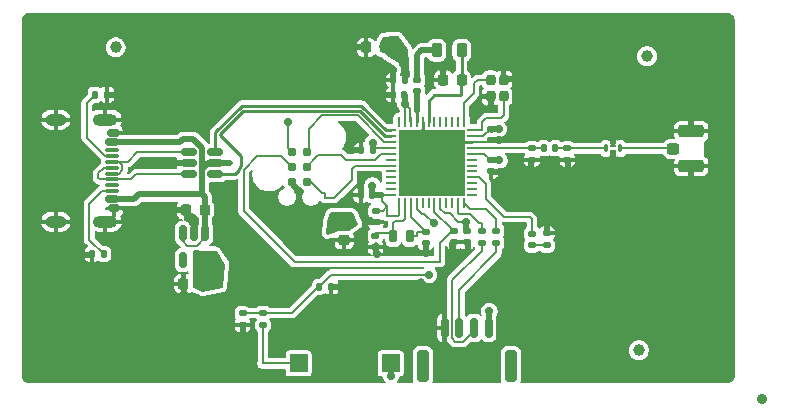
<source format=gbr>
%TF.GenerationSoftware,KiCad,Pcbnew,9.0.2*%
%TF.CreationDate,2025-06-08T15:41:30-05:00*%
%TF.ProjectId,STM32,53544d33-322e-46b6-9963-61645f706362,rev?*%
%TF.SameCoordinates,PX218c9f8PY54a9188*%
%TF.FileFunction,Copper,L1,Top*%
%TF.FilePolarity,Positive*%
%FSLAX46Y46*%
G04 Gerber Fmt 4.6, Leading zero omitted, Abs format (unit mm)*
G04 Created by KiCad (PCBNEW 9.0.2) date 2025-06-08 15:41:30*
%MOMM*%
%LPD*%
G01*
G04 APERTURE LIST*
G04 Aperture macros list*
%AMRoundRect*
0 Rectangle with rounded corners*
0 $1 Rounding radius*
0 $2 $3 $4 $5 $6 $7 $8 $9 X,Y pos of 4 corners*
0 Add a 4 corners polygon primitive as box body*
4,1,4,$2,$3,$4,$5,$6,$7,$8,$9,$2,$3,0*
0 Add four circle primitives for the rounded corners*
1,1,$1+$1,$2,$3*
1,1,$1+$1,$4,$5*
1,1,$1+$1,$6,$7*
1,1,$1+$1,$8,$9*
0 Add four rect primitives between the rounded corners*
20,1,$1+$1,$2,$3,$4,$5,0*
20,1,$1+$1,$4,$5,$6,$7,0*
20,1,$1+$1,$6,$7,$8,$9,0*
20,1,$1+$1,$8,$9,$2,$3,0*%
G04 Aperture macros list end*
%TA.AperFunction,SMDPad,CuDef*%
%ADD10RoundRect,0.150000X-0.350000X0.150000X-0.350000X-0.150000X0.350000X-0.150000X0.350000X0.150000X0*%
%TD*%
%TA.AperFunction,HeatsinkPad*%
%ADD11O,1.800000X1.000000*%
%TD*%
%TA.AperFunction,HeatsinkPad*%
%ADD12O,2.100000X1.000000*%
%TD*%
%TA.AperFunction,SMDPad,CuDef*%
%ADD13RoundRect,0.150000X-0.425000X0.150000X-0.425000X-0.150000X0.425000X-0.150000X0.425000X0.150000X0*%
%TD*%
%TA.AperFunction,SMDPad,CuDef*%
%ADD14RoundRect,0.075000X-0.500000X0.075000X-0.500000X-0.075000X0.500000X-0.075000X0.500000X0.075000X0*%
%TD*%
%TA.AperFunction,SMDPad,CuDef*%
%ADD15RoundRect,0.140000X-0.170000X0.140000X-0.170000X-0.140000X0.170000X-0.140000X0.170000X0.140000X0*%
%TD*%
%TA.AperFunction,SMDPad,CuDef*%
%ADD16C,1.000000*%
%TD*%
%TA.AperFunction,SMDPad,CuDef*%
%ADD17RoundRect,0.135000X0.185000X-0.135000X0.185000X0.135000X-0.185000X0.135000X-0.185000X-0.135000X0*%
%TD*%
%TA.AperFunction,SMDPad,CuDef*%
%ADD18RoundRect,0.140000X0.140000X0.170000X-0.140000X0.170000X-0.140000X-0.170000X0.140000X-0.170000X0*%
%TD*%
%TA.AperFunction,SMDPad,CuDef*%
%ADD19RoundRect,0.150000X-0.150000X0.512500X-0.150000X-0.512500X0.150000X-0.512500X0.150000X0.512500X0*%
%TD*%
%TA.AperFunction,SMDPad,CuDef*%
%ADD20RoundRect,0.150000X0.150000X0.400000X-0.150000X0.400000X-0.150000X-0.400000X0.150000X-0.400000X0*%
%TD*%
%TA.AperFunction,SMDPad,CuDef*%
%ADD21RoundRect,0.147500X0.172500X-0.147500X0.172500X0.147500X-0.172500X0.147500X-0.172500X-0.147500X0*%
%TD*%
%TA.AperFunction,SMDPad,CuDef*%
%ADD22RoundRect,0.135000X-0.185000X0.135000X-0.185000X-0.135000X0.185000X-0.135000X0.185000X0.135000X0*%
%TD*%
%TA.AperFunction,SMDPad,CuDef*%
%ADD23RoundRect,0.062500X0.062500X-0.375000X0.062500X0.375000X-0.062500X0.375000X-0.062500X-0.375000X0*%
%TD*%
%TA.AperFunction,SMDPad,CuDef*%
%ADD24RoundRect,0.062500X0.375000X-0.062500X0.375000X0.062500X-0.375000X0.062500X-0.375000X-0.062500X0*%
%TD*%
%TA.AperFunction,HeatsinkPad*%
%ADD25R,5.600000X5.600000*%
%TD*%
%TA.AperFunction,SMDPad,CuDef*%
%ADD26RoundRect,0.135000X-0.135000X-0.185000X0.135000X-0.185000X0.135000X0.185000X-0.135000X0.185000X0*%
%TD*%
%TA.AperFunction,SMDPad,CuDef*%
%ADD27RoundRect,0.225000X0.225000X0.250000X-0.225000X0.250000X-0.225000X-0.250000X0.225000X-0.250000X0*%
%TD*%
%TA.AperFunction,ComponentPad*%
%ADD28C,0.700000*%
%TD*%
%TA.AperFunction,ComponentPad*%
%ADD29C,4.400000*%
%TD*%
%TA.AperFunction,SMDPad,CuDef*%
%ADD30RoundRect,0.068750X-0.068750X-0.281250X0.068750X-0.281250X0.068750X0.281250X-0.068750X0.281250X0*%
%TD*%
%TA.AperFunction,SMDPad,CuDef*%
%ADD31RoundRect,0.061250X-0.163750X-0.061250X0.163750X-0.061250X0.163750X0.061250X-0.163750X0.061250X0*%
%TD*%
%TA.AperFunction,SMDPad,CuDef*%
%ADD32R,1.500000X1.500000*%
%TD*%
%TA.AperFunction,SMDPad,CuDef*%
%ADD33RoundRect,0.147500X-0.147500X-0.172500X0.147500X-0.172500X0.147500X0.172500X-0.147500X0.172500X0*%
%TD*%
%TA.AperFunction,SMDPad,CuDef*%
%ADD34RoundRect,0.218750X-0.218750X-0.381250X0.218750X-0.381250X0.218750X0.381250X-0.218750X0.381250X0*%
%TD*%
%TA.AperFunction,SMDPad,CuDef*%
%ADD35RoundRect,0.200000X0.200000X-0.250000X0.200000X0.250000X-0.200000X0.250000X-0.200000X-0.250000X0*%
%TD*%
%TA.AperFunction,SMDPad,CuDef*%
%ADD36RoundRect,0.250000X-0.275000X-0.250000X0.275000X-0.250000X0.275000X0.250000X-0.275000X0.250000X0*%
%TD*%
%TA.AperFunction,SMDPad,CuDef*%
%ADD37RoundRect,0.250000X-0.850000X-0.275000X0.850000X-0.275000X0.850000X0.275000X-0.850000X0.275000X0*%
%TD*%
%TA.AperFunction,SMDPad,CuDef*%
%ADD38RoundRect,0.150000X-0.512500X-0.150000X0.512500X-0.150000X0.512500X0.150000X-0.512500X0.150000X0*%
%TD*%
%TA.AperFunction,SMDPad,CuDef*%
%ADD39RoundRect,0.135000X0.135000X0.185000X-0.135000X0.185000X-0.135000X-0.185000X0.135000X-0.185000X0*%
%TD*%
%TA.AperFunction,ConnectorPad*%
%ADD40C,0.787400*%
%TD*%
%TA.AperFunction,SMDPad,CuDef*%
%ADD41RoundRect,0.225000X-0.250000X0.225000X-0.250000X-0.225000X0.250000X-0.225000X0.250000X0.225000X0*%
%TD*%
%TA.AperFunction,SMDPad,CuDef*%
%ADD42RoundRect,0.150000X-0.150000X-0.700000X0.150000X-0.700000X0.150000X0.700000X-0.150000X0.700000X0*%
%TD*%
%TA.AperFunction,SMDPad,CuDef*%
%ADD43RoundRect,0.250000X-0.250000X-1.100000X0.250000X-1.100000X0.250000X1.100000X-0.250000X1.100000X0*%
%TD*%
%TA.AperFunction,ViaPad*%
%ADD44C,0.900000*%
%TD*%
%TA.AperFunction,ViaPad*%
%ADD45C,0.700000*%
%TD*%
%TA.AperFunction,ViaPad*%
%ADD46C,0.650000*%
%TD*%
%TA.AperFunction,Conductor*%
%ADD47C,0.200000*%
%TD*%
%TA.AperFunction,Conductor*%
%ADD48C,0.250000*%
%TD*%
%TA.AperFunction,Conductor*%
%ADD49C,0.220000*%
%TD*%
%TA.AperFunction,Conductor*%
%ADD50C,0.500000*%
%TD*%
%TA.AperFunction,Conductor*%
%ADD51C,0.190000*%
%TD*%
G04 APERTURE END LIST*
D10*
%TO.P,J1,B12,GND*%
%TO.N,GND*%
X7921000Y21293000D03*
D11*
%TO.P,J1,S1,SHIELD*%
X3021000Y13773000D03*
D12*
X7201000Y13773000D03*
D11*
X3021000Y22413000D03*
D12*
X7201000Y22413000D03*
D13*
%TO.P,J1,B9,VBUS*%
%TO.N,+5V*%
X7776000Y20493000D03*
D14*
%TO.P,J1,B8,SBU2*%
%TO.N,unconnected-(J1-SBU2-PadB8)*%
X7776000Y19843000D03*
%TO.P,J1,B7,D-*%
%TO.N,Net-(J1-D--PadA7)*%
X7776000Y18843000D03*
%TO.P,J1,B6,D+*%
%TO.N,Net-(J1-D+-PadA6)*%
X7776000Y17343000D03*
%TO.P,J1,B5,CC2*%
%TO.N,Net-(J1-CC2)*%
X7776000Y16343000D03*
D13*
%TO.P,J1,B4,VBUS*%
%TO.N,+5V*%
X7776000Y15693000D03*
D10*
%TO.P,J1,B1,GND*%
%TO.N,GND*%
X7926000Y14893000D03*
%TO.P,J1,A12,GND*%
X7926000Y14893000D03*
D13*
%TO.P,J1,A9,VBUS*%
%TO.N,+5V*%
X7776000Y15693000D03*
D14*
%TO.P,J1,A8,SBU1*%
%TO.N,unconnected-(J1-SBU1-PadA8)*%
X7776000Y16843000D03*
%TO.P,J1,A7,D-*%
%TO.N,Net-(J1-D--PadA7)*%
X7776000Y17843000D03*
%TO.P,J1,A6,D+*%
%TO.N,Net-(J1-D+-PadA6)*%
X7776000Y18343000D03*
%TO.P,J1,A5,CC1*%
%TO.N,Net-(J1-CC1)*%
X7776000Y19343000D03*
D13*
%TO.P,J1,A4,VBUS*%
%TO.N,+5V*%
X7776000Y20493000D03*
D10*
%TO.P,J1,A1,GND*%
%TO.N,GND*%
X7871000Y21293000D03*
%TD*%
D15*
%TO.P,C18,2*%
%TO.N,GND*%
X30071000Y11613000D03*
%TO.P,C18,1*%
%TO.N,/LSC_IN*%
X30071000Y12573000D03*
%TD*%
D16*
%TO.P,FM2,*%
%TO.N,*%
X53071000Y27773000D03*
%TD*%
D17*
%TO.P,R4,1*%
%TO.N,/UART_RXC*%
X40321000Y12003000D03*
%TO.P,R4,2*%
%TO.N,/UART_RX*%
X40321000Y13023000D03*
%TD*%
D18*
%TO.P,C7,1*%
%TO.N,+3V3*%
X32551000Y25773000D03*
%TO.P,C7,2*%
%TO.N,GND*%
X31591000Y25773000D03*
%TD*%
D19*
%TO.P,U1,1,VIN*%
%TO.N,+5V*%
X15658500Y12798000D03*
%TO.P,U1,2,GND*%
%TO.N,GND*%
X14708500Y12798000D03*
%TO.P,U1,3,EN*%
%TO.N,+5V*%
X13758500Y12798000D03*
%TO.P,U1,4,NC*%
%TO.N,unconnected-(U1-NC-Pad4)*%
X13758500Y10523000D03*
%TO.P,U1,5,VOUT*%
%TO.N,+3V3*%
X15658500Y10523000D03*
%TD*%
D20*
%TO.P,X1,1,1*%
%TO.N,/LSC_OUT*%
X32971000Y12523000D03*
%TO.P,X1,2,2*%
%TO.N,/LSC_IN*%
X31571000Y12523000D03*
%TD*%
D21*
%TO.P,D1,1,K*%
%TO.N,/LED_K*%
X43321000Y11773000D03*
%TO.P,D1,2,A*%
%TO.N,Net-(D1-A)*%
X43321000Y12743000D03*
%TD*%
D22*
%TO.P,R7,1*%
%TO.N,/BOOT0*%
X20561000Y6033000D03*
%TO.P,R7,2*%
%TO.N,Net-(R7-Pad2)*%
X20561000Y5013000D03*
%TD*%
D23*
%TO.P,U3,1,VBAT*%
%TO.N,+3V3*%
X32071000Y15335500D03*
%TO.P,U3,2,PC14*%
%TO.N,/LSC_IN*%
X32571000Y15335500D03*
%TO.P,U3,3,PC15*%
%TO.N,/LSC_OUT*%
X33071000Y15335500D03*
%TO.P,U3,4,PH3*%
%TO.N,/BOOT0*%
X33571000Y15335500D03*
%TO.P,U3,5,PB8*%
%TO.N,unconnected-(U3-PB8-Pad5)*%
X34071000Y15335500D03*
%TO.P,U3,6,PB9*%
%TO.N,unconnected-(U3-PB9-Pad6)*%
X34571000Y15335500D03*
%TO.P,U3,7,NRST*%
%TO.N,/SWD_NRST*%
X35071000Y15335500D03*
%TO.P,U3,8,VDDA*%
%TO.N,+3V3*%
X35571000Y15335500D03*
%TO.P,U3,9,PA0*%
%TO.N,unconnected-(U3-PA0-Pad9)*%
X36071000Y15335500D03*
%TO.P,U3,10,PA1*%
%TO.N,unconnected-(U3-PA1-Pad10)*%
X36571000Y15335500D03*
%TO.P,U3,11,PA2*%
%TO.N,/UART_TX*%
X37071000Y15335500D03*
%TO.P,U3,12,PA3*%
%TO.N,/UART_RX*%
X37571000Y15335500D03*
D24*
%TO.P,U3,13,PA4*%
%TO.N,unconnected-(U3-PA4-Pad13)*%
X38258500Y16023000D03*
%TO.P,U3,14,PA5*%
%TO.N,unconnected-(U3-PA5-Pad14)*%
X38258500Y16523000D03*
%TO.P,U3,15,PA6*%
%TO.N,unconnected-(U3-PA6-Pad15)*%
X38258500Y17023000D03*
%TO.P,U3,16,PA7*%
%TO.N,Net-(D1-A)*%
X38258500Y17523000D03*
%TO.P,U3,17,PA8*%
%TO.N,unconnected-(U3-PA8-Pad17)*%
X38258500Y18023000D03*
%TO.P,U3,18,PA9*%
%TO.N,unconnected-(U3-PA9-Pad18)*%
X38258500Y18523000D03*
%TO.P,U3,19,PB2*%
%TO.N,unconnected-(U3-PB2-Pad19)*%
X38258500Y19023000D03*
%TO.P,U3,20,VDD*%
%TO.N,+3V3*%
X38258500Y19523000D03*
%TO.P,U3,21,RF1*%
%TO.N,/RF*%
X38258500Y20023000D03*
%TO.P,U3,22,VSSRF*%
%TO.N,GND*%
X38258500Y20523000D03*
%TO.P,U3,23,VDDRF*%
%TO.N,+3V3*%
X38258500Y21023000D03*
%TO.P,U3,24,OSC_OUT*%
%TO.N,/HSC_OUT*%
X38258500Y21523000D03*
D23*
%TO.P,U3,25,OSC_IN*%
%TO.N,/HSC_IN*%
X37571000Y22210500D03*
%TO.P,U3,26,AT0*%
%TO.N,unconnected-(U3-AT0-Pad26)*%
X37071000Y22210500D03*
%TO.P,U3,27,AT1*%
%TO.N,unconnected-(U3-AT1-Pad27)*%
X36571000Y22210500D03*
%TO.P,U3,28,PB0*%
%TO.N,unconnected-(U3-PB0-Pad28)*%
X36071000Y22210500D03*
%TO.P,U3,29,PB1*%
%TO.N,unconnected-(U3-PB1-Pad29)*%
X35571000Y22210500D03*
%TO.P,U3,30,PE4*%
%TO.N,unconnected-(U3-PE4-Pad30)*%
X35071000Y22210500D03*
%TO.P,U3,31,VFBSMPS*%
%TO.N,/SMPSFB*%
X34571000Y22210500D03*
%TO.P,U3,32,VSSSMPS*%
%TO.N,GND*%
X34071000Y22210500D03*
%TO.P,U3,33,VLXSMPS*%
%TO.N,/SMPSLX*%
X33571000Y22210500D03*
%TO.P,U3,34,VDDSMPS*%
%TO.N,+3V3*%
X33071000Y22210500D03*
%TO.P,U3,35,VDD*%
X32571000Y22210500D03*
%TO.P,U3,36,PA10*%
%TO.N,unconnected-(U3-PA10-Pad36)*%
X32071000Y22210500D03*
D24*
%TO.P,U3,37,PA11*%
%TO.N,/USB_D-*%
X31383500Y21523000D03*
%TO.P,U3,38,PA12*%
%TO.N,/USB_D+*%
X31383500Y21023000D03*
%TO.P,U3,39,PA13*%
%TO.N,/SWD_DIO*%
X31383500Y20523000D03*
%TO.P,U3,40,VDDUSB*%
%TO.N,+3V3*%
X31383500Y20023000D03*
%TO.P,U3,41,PA14*%
%TO.N,/SWD_CLK*%
X31383500Y19523000D03*
%TO.P,U3,42,PA15*%
%TO.N,unconnected-(U3-PA15-Pad42)*%
X31383500Y19023000D03*
%TO.P,U3,43,PB3*%
%TO.N,/SWO*%
X31383500Y18523000D03*
%TO.P,U3,44,PB4*%
%TO.N,unconnected-(U3-PB4-Pad44)*%
X31383500Y18023000D03*
%TO.P,U3,45,PB5*%
%TO.N,unconnected-(U3-PB5-Pad45)*%
X31383500Y17523000D03*
%TO.P,U3,46,PB6*%
%TO.N,unconnected-(U3-PB6-Pad46)*%
X31383500Y17023000D03*
%TO.P,U3,47,PB7*%
%TO.N,unconnected-(U3-PB7-Pad47)*%
X31383500Y16523000D03*
%TO.P,U3,48,VDD*%
%TO.N,+3V3*%
X31383500Y16023000D03*
D25*
%TO.P,U3,49,VSS*%
%TO.N,GND*%
X34821000Y18773000D03*
%TD*%
D15*
%TO.P,C12,1*%
%TO.N,+3V3*%
X39821000Y21653000D03*
%TO.P,C12,2*%
%TO.N,GND*%
X39821000Y20693000D03*
%TD*%
%TO.P,C19,1*%
%TO.N,/BOOT0*%
X18821000Y6003000D03*
%TO.P,C19,2*%
%TO.N,GND*%
X18821000Y5043000D03*
%TD*%
D26*
%TO.P,R2,1*%
%TO.N,Net-(J1-CC1)*%
X6321000Y24523000D03*
%TO.P,R2,2*%
%TO.N,GND*%
X7341000Y24523000D03*
%TD*%
D27*
%TO.P,C14,1*%
%TO.N,/SMPSFB*%
X37371000Y25773000D03*
%TO.P,C14,2*%
%TO.N,GND*%
X35821000Y25773000D03*
%TD*%
%TO.P,C2,1*%
%TO.N,+3V3*%
X15371000Y8523000D03*
%TO.P,C2,2*%
%TO.N,GND*%
X13821000Y8523000D03*
%TD*%
%TO.P,C1,1*%
%TO.N,+5V*%
X15621000Y14773000D03*
%TO.P,C1,2*%
%TO.N,GND*%
X14071000Y14773000D03*
%TD*%
D28*
%TO.P,H1,1,1*%
%TO.N,GND*%
X2337726Y27939726D03*
X2821000Y29106452D03*
X2821000Y26773000D03*
X3987726Y29589726D03*
D29*
X3987726Y27939726D03*
D28*
X3987726Y26289726D03*
X5154452Y29106452D03*
X5154452Y26773000D03*
X5637726Y27939726D03*
%TD*%
D30*
%TO.P,FLT1,1,IN*%
%TO.N,/RF_Match*%
X49595500Y19973000D03*
D31*
%TO.P,FLT1,2,GND*%
%TO.N,GND*%
X50208500Y20200500D03*
D30*
%TO.P,FLT1,3,OUT*%
%TO.N,/RF_ANT*%
X50821000Y19973000D03*
D31*
%TO.P,FLT1,4,GND*%
%TO.N,GND*%
X50208500Y19745500D03*
%TD*%
D16*
%TO.P,FM1,*%
%TO.N,*%
X8071000Y28523000D03*
%TD*%
D32*
%TO.P,SW1,1,1*%
%TO.N,Net-(R7-Pad2)*%
X23561000Y1773000D03*
%TO.P,SW1,2,2*%
%TO.N,+3V3*%
X31361000Y1773000D03*
%TD*%
D15*
%TO.P,C15,1*%
%TO.N,/RF*%
X43321000Y19983000D03*
%TO.P,C15,2*%
%TO.N,GND*%
X43321000Y19023000D03*
%TD*%
D17*
%TO.P,R3,1*%
%TO.N,/UART_TXC*%
X39071000Y12003000D03*
%TO.P,R3,2*%
%TO.N,/UART_TX*%
X39071000Y13023000D03*
%TD*%
D18*
%TO.P,C6,1*%
%TO.N,+3V3*%
X29781000Y16023000D03*
%TO.P,C6,2*%
%TO.N,GND*%
X28821000Y16023000D03*
%TD*%
D33*
%TO.P,L3,1,1*%
%TO.N,/RF*%
X44321000Y19983000D03*
%TO.P,L3,2,2*%
%TO.N,/RF_Match*%
X45291000Y19983000D03*
%TD*%
D21*
%TO.P,L1,1,1*%
%TO.N,/SMPSLX*%
X33621000Y24803000D03*
%TO.P,L1,2,2*%
%TO.N,/SMPSLXL*%
X33621000Y25773000D03*
%TD*%
D34*
%TO.P,L2,1,1*%
%TO.N,/SMPSLXL*%
X35258500Y28273000D03*
%TO.P,L2,2,2*%
%TO.N,/SMPSFB*%
X37383500Y28273000D03*
%TD*%
D35*
%TO.P,X2,1,1*%
%TO.N,/HSC_OUT*%
X40921000Y24373000D03*
%TO.P,X2,2,2*%
%TO.N,GND*%
X40921000Y25773000D03*
%TO.P,X2,3,3*%
%TO.N,/HSC_IN*%
X39821000Y25773000D03*
%TO.P,X2,4,4*%
%TO.N,GND*%
X39821000Y24373000D03*
%TD*%
D26*
%TO.P,R6,1*%
%TO.N,/BOOT0*%
X25311000Y8273000D03*
%TO.P,R6,2*%
%TO.N,GND*%
X26331000Y8273000D03*
%TD*%
D18*
%TO.P,C11,1*%
%TO.N,+3V3*%
X32531000Y24523000D03*
%TO.P,C11,2*%
%TO.N,GND*%
X31571000Y24523000D03*
%TD*%
D15*
%TO.P,C9,1*%
%TO.N,+3V3*%
X30099000Y14676000D03*
%TO.P,C9,2*%
%TO.N,GND*%
X30099000Y13716000D03*
%TD*%
D22*
%TO.P,R5,1*%
%TO.N,GND*%
X44571000Y12783000D03*
%TO.P,R5,2*%
%TO.N,/LED_K*%
X44571000Y11763000D03*
%TD*%
D36*
%TO.P,J4,1,In*%
%TO.N,/RF_ANT*%
X55296000Y19948000D03*
D37*
%TO.P,J4,2,Ext*%
%TO.N,GND*%
X56821000Y21423000D03*
X56821000Y18473000D03*
%TD*%
D28*
%TO.P,H3,1,1*%
%TO.N,GND*%
X55171000Y27773000D03*
X55654274Y28939726D03*
X55654274Y26606274D03*
X56821000Y29423000D03*
D29*
X56821000Y27773000D03*
D28*
X56821000Y26123000D03*
X57987726Y28939726D03*
X57987726Y26606274D03*
X58471000Y27773000D03*
%TD*%
D38*
%TO.P,U2,1,I/O1*%
%TO.N,Net-(J1-D--PadA7)*%
X14251000Y19673000D03*
%TO.P,U2,2,GND*%
%TO.N,GND*%
X14251000Y18723000D03*
%TO.P,U2,3,I/O2*%
%TO.N,Net-(J1-D+-PadA6)*%
X14251000Y17773000D03*
%TO.P,U2,4,I/O2*%
%TO.N,/USB_D+*%
X16526000Y17773000D03*
%TO.P,U2,5,VBUS*%
%TO.N,+5V*%
X16526000Y18723000D03*
%TO.P,U2,6,I/O1*%
%TO.N,/USB_D-*%
X16526000Y19673000D03*
%TD*%
D39*
%TO.P,R1,1*%
%TO.N,Net-(J1-CC2)*%
X7081000Y11023000D03*
%TO.P,R1,2*%
%TO.N,GND*%
X6061000Y11023000D03*
%TD*%
D27*
%TO.P,C10,1*%
%TO.N,+3V3*%
X30846000Y28523000D03*
%TO.P,C10,2*%
%TO.N,GND*%
X29296000Y28523000D03*
%TD*%
D15*
%TO.P,C8,1*%
%TO.N,+3V3*%
X39821000Y18983000D03*
%TO.P,C8,2*%
%TO.N,GND*%
X39821000Y18023000D03*
%TD*%
%TO.P,C17,1*%
%TO.N,/LSC_OUT*%
X34321000Y12923000D03*
%TO.P,C17,2*%
%TO.N,GND*%
X34321000Y11963000D03*
%TD*%
%TO.P,C5,1*%
%TO.N,+3V3*%
X37821000Y13023000D03*
%TO.P,C5,2*%
%TO.N,GND*%
X37821000Y12063000D03*
%TD*%
D40*
%TO.P,J3,1,VCC*%
%TO.N,+3V3*%
X22976000Y19678000D03*
%TO.P,J3,2,SWDIO*%
%TO.N,/SWD_DIO*%
X24246000Y19678000D03*
%TO.P,J3,3,~{RESET}*%
%TO.N,/SWD_NRST*%
X22976000Y18408000D03*
%TO.P,J3,4,SWCLK*%
%TO.N,/SWD_CLK*%
X24246000Y18408000D03*
%TO.P,J3,5,GND*%
%TO.N,GND*%
X22976000Y17138000D03*
%TO.P,J3,6,SWO*%
%TO.N,/SWO*%
X24246000Y17138000D03*
%TD*%
D28*
%TO.P,H2,1,1*%
%TO.N,GND*%
X2254274Y3439726D03*
X2737548Y4606452D03*
X2737548Y2273000D03*
X3904274Y5089726D03*
D29*
X3904274Y3439726D03*
D28*
X3904274Y1789726D03*
X5071000Y4606452D03*
X5071000Y2273000D03*
X5554274Y3439726D03*
%TD*%
D41*
%TO.P,C3,1*%
%TO.N,+3V3*%
X27432000Y13773000D03*
%TO.P,C3,2*%
%TO.N,GND*%
X27432000Y12223000D03*
%TD*%
D42*
%TO.P,J2,1,Pin_1*%
%TO.N,GND*%
X35921000Y4773000D03*
%TO.P,J2,2,Pin_2*%
%TO.N,/UART_RXC*%
X37171000Y4773000D03*
%TO.P,J2,3,Pin_3*%
%TO.N,/UART_TXC*%
X38421000Y4773000D03*
%TO.P,J2,4,Pin_4*%
%TO.N,+3V3*%
X39671000Y4773000D03*
D43*
%TO.P,J2,MP*%
%TO.N,N/C*%
X34071000Y1573000D03*
X41521000Y1573000D03*
%TD*%
D28*
%TO.P,H4,1,1*%
%TO.N,GND*%
X55421000Y3523000D03*
X55904274Y4689726D03*
X55904274Y2356274D03*
X57071000Y5173000D03*
D29*
X57071000Y3523000D03*
D28*
X57071000Y1873000D03*
X58237726Y4689726D03*
X58237726Y2356274D03*
X58721000Y3523000D03*
%TD*%
D18*
%TO.P,C4,1*%
%TO.N,+3V3*%
X29846000Y19848000D03*
%TO.P,C4,2*%
%TO.N,GND*%
X28886000Y19848000D03*
%TD*%
D15*
%TO.P,C13,1*%
%TO.N,/SWD_NRST*%
X36721000Y13023000D03*
%TO.P,C13,2*%
%TO.N,GND*%
X36721000Y12063000D03*
%TD*%
%TO.P,C16,1*%
%TO.N,/RF_Match*%
X46321000Y19983000D03*
%TO.P,C16,2*%
%TO.N,GND*%
X46321000Y19023000D03*
%TD*%
D16*
%TO.P,FM3,*%
%TO.N,*%
X52371000Y2873000D03*
%TD*%
D44*
%TO.N,GND*%
X10922000Y24384000D03*
D45*
X29591000Y13787000D03*
D44*
X46821000Y773000D03*
X43821000Y773000D03*
X18821000Y773000D03*
X15821000Y773000D03*
X9821000Y773000D03*
X6821000Y773000D03*
X54821000Y12773000D03*
X51821000Y12773000D03*
X50821000Y25773000D03*
X47821000Y25773000D03*
X47821000Y23773000D03*
X44821000Y23773000D03*
X24821000Y28773000D03*
X21821000Y28773000D03*
X21821000Y25773000D03*
X18821000Y25773000D03*
X13821000Y24773000D03*
X18821000Y28773000D03*
X15821000Y28773000D03*
X12821000Y27773000D03*
X9821000Y27773000D03*
%TO.N,*%
X62821000Y-1227000D03*
%TO.N,GND*%
X22821000Y12773000D03*
X20821000Y10773000D03*
X52821000Y17773000D03*
X55821000Y16773000D03*
X56821000Y15773000D03*
X57821000Y16773000D03*
X58821000Y22773000D03*
X57821000Y23773000D03*
X56821000Y23773000D03*
X52821000Y22773000D03*
X45821000Y27773000D03*
X47821000Y11773000D03*
X57821000Y13773000D03*
X55821000Y7773000D03*
X26821000Y5773000D03*
X5821000Y6773000D03*
X9821000Y8773000D03*
X12821000Y1773000D03*
X10821000Y3773000D03*
X45821000Y10773000D03*
X58821000Y10773000D03*
X46821000Y5773000D03*
X51821000Y9773000D03*
X51821000Y15773000D03*
X44821000Y29773000D03*
X23821000Y26773000D03*
X17821000Y26773000D03*
X33821000Y30773000D03*
X28821000Y30773000D03*
X22821000Y30773000D03*
X17821000Y30773000D03*
X11821000Y30773000D03*
X8821000Y30773000D03*
D45*
X34821000Y18773000D03*
X50171000Y18873000D03*
X13021000Y14723000D03*
X32821000Y18823000D03*
X32771000Y20423000D03*
D46*
X33920998Y8648000D03*
D45*
X28021000Y19873000D03*
X8171000Y24473000D03*
X56771000Y22523000D03*
X41871000Y25823000D03*
X5171000Y10973000D03*
X31571000Y26623000D03*
X36721000Y21073000D03*
X40621000Y17973000D03*
X50171000Y21273000D03*
X34521000Y20223000D03*
X34821000Y18773000D03*
X9017000Y14478000D03*
X44571000Y13623000D03*
X34971000Y21023000D03*
X13071000Y18773000D03*
X36621000Y11223000D03*
X28771000Y16773000D03*
X46371000Y18223000D03*
X30171000Y11023000D03*
X34371000Y11123000D03*
X34921000Y16473000D03*
X32821000Y16673000D03*
X39871000Y23473000D03*
X40521000Y20673000D03*
X18821000Y4023000D03*
X37071000Y16473000D03*
X23596000Y16373000D03*
X35771000Y26673000D03*
X36771000Y19873000D03*
X13871000Y7623000D03*
X37871000Y11323000D03*
X28371000Y28523000D03*
X43271000Y18223000D03*
X56821000Y17373000D03*
X27221000Y8223000D03*
X36421000Y18523000D03*
X30821000Y24473000D03*
%TO.N,+3V3*%
X40571000Y18973000D03*
X26621000Y13923000D03*
X32121000Y28698000D03*
X32571000Y26573000D03*
X31846000Y27898000D03*
X31396000Y723000D03*
X32571000Y23773000D03*
X40521000Y21623000D03*
X29846000Y20423000D03*
D46*
X16621000Y9898000D03*
D45*
X39721000Y6173000D03*
X29821000Y16823000D03*
X26521000Y13123000D03*
D46*
X16346000Y8723000D03*
D45*
X22646000Y22173000D03*
X37771000Y13773000D03*
%TO.N,/BOOT0*%
X34996000Y13623000D03*
X34621000Y9273000D03*
D44*
%TO.N,GND*%
X9017000Y21717000D03*
%TD*%
D47*
%TO.N,+3V3*%
X30646000Y15498000D02*
X31071000Y15073000D01*
X30646000Y15998000D02*
X30646000Y15498000D01*
X30674000Y14676000D02*
X30099000Y14676000D01*
X31071000Y15073000D02*
X30674000Y14676000D01*
D48*
%TO.N,GND*%
X8602000Y14893000D02*
X9017000Y14478000D01*
X7776000Y14893000D02*
X8602000Y14893000D01*
X8593000Y21293000D02*
X9017000Y21717000D01*
X7921000Y21293000D02*
X8593000Y21293000D01*
D47*
X14708500Y14135500D02*
X14071000Y14773000D01*
X14708500Y12798000D02*
X14708500Y14135500D01*
D48*
X36571000Y20523000D02*
X38258500Y20523000D01*
X34821000Y18773000D02*
X36571000Y20523000D01*
D47*
%TO.N,/SWD_DIO*%
X24457300Y21659300D02*
X25560000Y22762000D01*
X24457300Y19889300D02*
X24457300Y21659300D01*
X28583084Y22762000D02*
X30822084Y20523000D01*
X30822084Y20523000D02*
X31041000Y20523000D01*
X24246000Y19678000D02*
X24457300Y19889300D01*
X25560000Y22762000D02*
X28583084Y22762000D01*
D49*
%TO.N,/USB_D+*%
X30903326Y21023000D02*
X31383500Y21023000D01*
X28753326Y23173000D02*
X30903326Y21023000D01*
X18882630Y23173000D02*
X28753326Y23173000D01*
X16896000Y21077000D02*
X16896000Y21186370D01*
X18669000Y19304000D02*
X16896000Y21077000D01*
X18510000Y18343242D02*
X18669000Y18502242D01*
X16896000Y21186370D02*
X18882630Y23173000D01*
X18510000Y18129000D02*
X18510000Y18343242D01*
X18161000Y17780000D02*
X18510000Y18129000D01*
X16865000Y17780000D02*
X18161000Y17780000D01*
X18669000Y18502242D02*
X18669000Y19304000D01*
%TO.N,/USB_D-*%
X30928000Y21523000D02*
X31383500Y21523000D01*
X18759370Y23573000D02*
X28878000Y23573000D01*
X16526000Y21339630D02*
X18759370Y23573000D01*
X16526000Y19673000D02*
X16526000Y21339630D01*
X28878000Y23573000D02*
X30928000Y21523000D01*
D50*
%TO.N,GND*%
X28821000Y16723000D02*
X28771000Y16773000D01*
X41171000Y25823000D02*
X41871000Y25823000D01*
X50171000Y19573000D02*
X50171000Y18873000D01*
X31521000Y24473000D02*
X30821000Y24473000D01*
X46371000Y18923000D02*
X46371000Y18223000D01*
X26521000Y8223000D02*
X27221000Y8223000D01*
X56821000Y18073000D02*
X56821000Y17373000D01*
X7471000Y24473000D02*
X8171000Y24473000D01*
X43271000Y18923000D02*
X43271000Y18223000D01*
X44571000Y12923000D02*
X44571000Y13623000D01*
X28821000Y16023000D02*
X28821000Y16723000D01*
X31571000Y25923000D02*
X31571000Y26623000D01*
X29071000Y28523000D02*
X28371000Y28523000D01*
X30121000Y11773000D02*
X30121000Y11073000D01*
X23071000Y16923000D02*
X23071000Y16898000D01*
D47*
X39821000Y20693000D02*
X39651000Y20523000D01*
D50*
X39921000Y17973000D02*
X40621000Y17973000D01*
X37871000Y12023000D02*
X37871000Y11323000D01*
X18821000Y4723000D02*
X18821000Y4023000D01*
X56771000Y21823000D02*
X56771000Y22523000D01*
X23071000Y16898000D02*
X23596000Y16373000D01*
X39871000Y24173000D02*
X39871000Y23473000D01*
X5871000Y10973000D02*
X5171000Y10973000D01*
X50221000Y20423000D02*
X50221000Y21123000D01*
X13721000Y14723000D02*
X13021000Y14723000D01*
X30341000Y13766000D02*
X29641000Y13766000D01*
D47*
X39651000Y20523000D02*
X38258500Y20523000D01*
D50*
X13771000Y18773000D02*
X13071000Y18773000D01*
X35771000Y25973000D02*
X35771000Y26673000D01*
X39821000Y20673000D02*
X40521000Y20673000D01*
X28721000Y19873000D02*
X28021000Y19873000D01*
X34321000Y11873000D02*
X34321000Y11173000D01*
X36571000Y11973000D02*
X36571000Y11273000D01*
X13871000Y8323000D02*
X13871000Y7623000D01*
D48*
X34071000Y19523000D02*
X34821000Y18773000D01*
X34071000Y22210500D02*
X34071000Y19523000D01*
D50*
%TO.N,+5V*%
X14667600Y20773000D02*
X13821000Y20773000D01*
D47*
X15658500Y12435500D02*
X15658500Y12798000D01*
D50*
X16526000Y18723000D02*
X15863501Y18723000D01*
X13541000Y20493000D02*
X7776000Y20493000D01*
D47*
X13758500Y12135501D02*
X14146001Y11748000D01*
D50*
X15412500Y20028100D02*
X14667600Y20773000D01*
X7776000Y15693000D02*
X9641000Y15693000D01*
X15621000Y15873000D02*
X15621000Y14773000D01*
X15412500Y16264500D02*
X15221000Y16073000D01*
X15421000Y16073000D02*
X15621000Y15873000D01*
X15621000Y14773000D02*
X15621000Y12835500D01*
D47*
X14146001Y11748000D02*
X14971000Y11748000D01*
D50*
X10021000Y16073000D02*
X15221000Y16073000D01*
X15863501Y18723000D02*
X15412500Y18271999D01*
X9641000Y15693000D02*
X10021000Y16073000D01*
X13821000Y20773000D02*
X13541000Y20493000D01*
D47*
X13758500Y12798000D02*
X13758500Y12135501D01*
D50*
X15412500Y18271999D02*
X15412500Y16264500D01*
X15412500Y18271999D02*
X15412500Y20028100D01*
X15221000Y16073000D02*
X15421000Y16073000D01*
D47*
X14971000Y11748000D02*
X15658500Y12435500D01*
D50*
X15621000Y12835500D02*
X15658500Y12798000D01*
D47*
%TO.N,+3V3*%
X32071000Y14373000D02*
X32071000Y15335500D01*
X33071000Y22210500D02*
X33020000Y22261500D01*
D50*
X39871000Y18973000D02*
X40571000Y18973000D01*
D47*
X37096000Y13773000D02*
X37771000Y13773000D01*
X30521000Y15998000D02*
X30521000Y15873000D01*
X38258500Y19523000D02*
X39281000Y19523000D01*
D50*
X30621000Y16023000D02*
X30646000Y15998000D01*
X39821000Y21623000D02*
X40521000Y21623000D01*
D47*
X33020000Y22261500D02*
X33020000Y23324000D01*
X33020000Y23324000D02*
X32571000Y23773000D01*
X35571000Y15335500D02*
X35571000Y14882202D01*
X39281000Y19523000D02*
X39821000Y18983000D01*
X32571000Y22210500D02*
X32571000Y23773000D01*
X38258500Y21023000D02*
X39191000Y21023000D01*
X22646000Y22173000D02*
X22646000Y20008000D01*
X31071000Y15073000D02*
X31071000Y14273000D01*
X31071000Y14273000D02*
X31971000Y14273000D01*
D50*
X32571000Y25873000D02*
X32571000Y26573000D01*
D47*
X22646000Y20008000D02*
X22976000Y19678000D01*
X29846000Y19848000D02*
X30021000Y20023000D01*
X35955202Y14498000D02*
X36371000Y14498000D01*
D50*
X31396000Y1423000D02*
X31396000Y723000D01*
D47*
X30021000Y20023000D02*
X31383500Y20023000D01*
X31971000Y14273000D02*
X32071000Y14373000D01*
D50*
X39721000Y5473000D02*
X39721000Y6173000D01*
X32571000Y24473000D02*
X32571000Y23773000D01*
X39821000Y21523000D02*
X39920000Y21523000D01*
D47*
X30646000Y15998000D02*
X30521000Y15998000D01*
X39191000Y21023000D02*
X39821000Y21653000D01*
X36371000Y14498000D02*
X37096000Y13773000D01*
D50*
X29846000Y19723000D02*
X29846000Y20423000D01*
D47*
X35571000Y14882202D02*
X35955202Y14498000D01*
D50*
X29821000Y16123000D02*
X29821000Y16823000D01*
X37771000Y13073000D02*
X37771000Y13773000D01*
D47*
X31283500Y15998000D02*
X30646000Y15998000D01*
D50*
X29781000Y16023000D02*
X30621000Y16023000D01*
D47*
%TO.N,/SWD_NRST*%
X18921000Y14673000D02*
X18921000Y18173000D01*
X35521000Y10373000D02*
X35221000Y10373000D01*
X22072550Y19311450D02*
X22976000Y18408000D01*
X18921000Y18173000D02*
X20059450Y19311450D01*
X35220000Y10372000D02*
X23222000Y10372000D01*
X35221000Y10373000D02*
X35220000Y10372000D01*
X35071000Y15335500D02*
X35071000Y14623000D01*
X36571000Y13123000D02*
X36571000Y13023000D01*
X20059450Y19311450D02*
X22072550Y19311450D01*
X35071000Y14623000D02*
X36571000Y13123000D01*
X36571000Y13023000D02*
X35521000Y11973000D01*
X23222000Y10372000D02*
X18921000Y14673000D01*
X35521000Y11973000D02*
X35521000Y10373000D01*
D48*
%TO.N,/SMPSFB*%
X37383500Y25785500D02*
X37371000Y25773000D01*
X37321000Y24523000D02*
X37321000Y25723000D01*
X37321000Y25723000D02*
X37371000Y25773000D01*
X34571000Y24023000D02*
X35071000Y24523000D01*
X37383500Y28273000D02*
X37383500Y25785500D01*
X35071000Y24523000D02*
X37321000Y24523000D01*
X34571000Y22210500D02*
X34571000Y24023000D01*
D51*
%TO.N,/RF*%
X43281000Y20023000D02*
X43321000Y19983000D01*
X38258500Y20023000D02*
X43281000Y20023000D01*
X43321000Y19983000D02*
X44321000Y19983000D01*
%TO.N,/RF_Match*%
X45291000Y19983000D02*
X46321000Y19983000D01*
X46321000Y19983000D02*
X48805500Y19983000D01*
X48805500Y19983000D02*
X48815500Y19973000D01*
X48815500Y19973000D02*
X49595500Y19973000D01*
D47*
%TO.N,/LSC_OUT*%
X33571000Y12573000D02*
X33571000Y12923000D01*
X33071000Y15335500D02*
X33071000Y14173000D01*
X33571000Y12923000D02*
X34321000Y12923000D01*
X33521000Y12523000D02*
X33571000Y12573000D01*
X33071000Y14173000D02*
X34321000Y12923000D01*
X32971000Y12523000D02*
X33521000Y12523000D01*
%TO.N,/LSC_IN*%
X32571000Y15335500D02*
X32571000Y13973000D01*
X30071000Y12773000D02*
X31321000Y12773000D01*
X32421000Y13823000D02*
X31771000Y13823000D01*
X31321000Y12773000D02*
X31571000Y12523000D01*
X31571000Y13623000D02*
X31571000Y12523000D01*
X32571000Y13973000D02*
X32421000Y13823000D01*
X31771000Y13823000D02*
X31571000Y13623000D01*
%TO.N,/BOOT0*%
X18851000Y6033000D02*
X18821000Y6003000D01*
X34029202Y14424000D02*
X34195000Y14424000D01*
X33571000Y15335500D02*
X33571000Y14882202D01*
X34195000Y14424000D02*
X34996000Y13623000D01*
X34621000Y9273000D02*
X26311000Y9273000D01*
X25221000Y8273000D02*
X22981000Y6033000D01*
X22981000Y6033000D02*
X20561000Y6033000D01*
X25311000Y8273000D02*
X25221000Y8273000D01*
X20561000Y6033000D02*
X18851000Y6033000D01*
X33571000Y14882202D02*
X34029202Y14424000D01*
X26311000Y9273000D02*
X25311000Y8273000D01*
%TO.N,Net-(D1-A)*%
X39421000Y16973000D02*
X39421000Y15673000D01*
X43121000Y14173000D02*
X43321000Y13973000D01*
X39421000Y15673000D02*
X40921000Y14173000D01*
X38258500Y17523000D02*
X38871000Y17523000D01*
X38871000Y17523000D02*
X39421000Y16973000D01*
X43321000Y13973000D02*
X43321000Y12743000D01*
X40921000Y14173000D02*
X43121000Y14173000D01*
%TO.N,/LED_K*%
X43321000Y11773000D02*
X44561000Y11773000D01*
X44561000Y11773000D02*
X44571000Y11763000D01*
D51*
%TO.N,/RF_ANT*%
X55271000Y19973000D02*
X55296000Y19948000D01*
X50821000Y19973000D02*
X55271000Y19973000D01*
D47*
%TO.N,Net-(J1-CC1)*%
X6321000Y24523000D02*
X5621000Y23823000D01*
X7167176Y19343000D02*
X7776000Y19343000D01*
X5621000Y23823000D02*
X5621000Y20889176D01*
X5621000Y20889176D02*
X7167176Y19343000D01*
%TO.N,Net-(J1-CC2)*%
X6884992Y16343000D02*
X5850000Y15308008D01*
X5850000Y15308008D02*
X5850000Y12254000D01*
X5850000Y12254000D02*
X7081000Y11023000D01*
X7776000Y16343000D02*
X6884992Y16343000D01*
%TO.N,Net-(J1-D--PadA7)*%
X8652000Y18104000D02*
X8391000Y17843000D01*
X8391000Y17843000D02*
X7776000Y17843000D01*
X14251000Y19673000D02*
X9921000Y19673000D01*
X7776000Y18843000D02*
X8384824Y18843000D01*
X9921000Y19673000D02*
X9091000Y18843000D01*
X9091000Y18843000D02*
X7776000Y18843000D01*
X8384824Y18843000D02*
X8652000Y18575824D01*
X8652000Y18575824D02*
X8652000Y18104000D01*
%TO.N,Net-(J1-D+-PadA6)*%
X7091000Y18343000D02*
X6621000Y17873000D01*
X14251000Y17773000D02*
X9821000Y17773000D01*
X7776000Y18343000D02*
X7091000Y18343000D01*
X6621000Y17873000D02*
X6621000Y17473000D01*
X9391000Y17343000D02*
X7776000Y17343000D01*
X9821000Y17773000D02*
X9391000Y17343000D01*
X6751000Y17343000D02*
X7776000Y17343000D01*
X6621000Y17473000D02*
X6751000Y17343000D01*
%TO.N,/UART_TXC*%
X36830032Y3622000D02*
X37511968Y3622000D01*
X39071000Y12003000D02*
X39071000Y11320100D01*
X36570000Y3882032D02*
X36830032Y3622000D01*
X38421000Y4531032D02*
X38421000Y4773000D01*
X39071000Y11320100D02*
X36570000Y8819100D01*
X37511968Y3622000D02*
X38421000Y4531032D01*
X36570000Y8819100D02*
X36570000Y3882032D01*
%TO.N,/UART_RXC*%
X37171000Y8023000D02*
X40321000Y11173000D01*
X40321000Y11173000D02*
X40321000Y12003000D01*
X37171000Y4773000D02*
X37171000Y8023000D01*
%TO.N,/SWO*%
X28071000Y17273000D02*
X26571000Y15773000D01*
X25821000Y15773000D02*
X25821000Y16234550D01*
X24610303Y17138000D02*
X24246000Y17138000D01*
X26571000Y15773000D02*
X25821000Y15773000D01*
X28321000Y18523000D02*
X28071000Y18273000D01*
X25821000Y16234550D02*
X25513753Y16234550D01*
X25513753Y16234550D02*
X24610303Y17138000D01*
X28071000Y18273000D02*
X28071000Y17273000D01*
X31383500Y18523000D02*
X28321000Y18523000D01*
%TO.N,/SWD_CLK*%
X25207550Y19409550D02*
X25071000Y19273000D01*
X25071000Y19233000D02*
X24246000Y18408000D01*
X30071000Y19023000D02*
X27571000Y19023000D01*
X27571000Y19023000D02*
X27184450Y19409550D01*
X25071000Y19273000D02*
X25071000Y19233000D01*
X27184450Y19409550D02*
X25207550Y19409550D01*
X31383500Y19523000D02*
X30571000Y19523000D01*
X30571000Y19523000D02*
X30071000Y19023000D01*
D48*
%TO.N,/SMPSLX*%
X33571000Y22210500D02*
X33571000Y23123000D01*
D50*
X33571000Y23123000D02*
X33621000Y23173000D01*
X33621000Y23173000D02*
X33621000Y24803000D01*
%TO.N,/SMPSLXL*%
X33971000Y28273000D02*
X35258500Y28273000D01*
X33621000Y27923000D02*
X33971000Y28273000D01*
X33621000Y25773000D02*
X33621000Y27923000D01*
D47*
%TO.N,/UART_TX*%
X39021000Y13673000D02*
X39071000Y13623000D01*
X37170000Y14424000D02*
X38070000Y14424000D01*
X38821000Y13673000D02*
X39021000Y13673000D01*
X37071000Y14523000D02*
X37170000Y14424000D01*
X39071000Y13623000D02*
X39071000Y13023000D01*
X37071000Y15335500D02*
X37071000Y14523000D01*
X38070000Y14424000D02*
X38821000Y13673000D01*
%TO.N,/UART_RX*%
X37571000Y15335500D02*
X38081500Y14825000D01*
X40321000Y13973000D02*
X40321000Y13023000D01*
X39469000Y14825000D02*
X40321000Y13973000D01*
X38081500Y14825000D02*
X39469000Y14825000D01*
%TO.N,Net-(R7-Pad2)*%
X20561000Y5013000D02*
X20561000Y1813000D01*
X20521000Y1773000D02*
X23561000Y1773000D01*
X20561000Y1813000D02*
X20521000Y1773000D01*
%TO.N,/HSC_OUT*%
X39121000Y22173000D02*
X39471000Y22523000D01*
X38258500Y21523000D02*
X39121000Y21523000D01*
X39121000Y21523000D02*
X39121000Y22173000D01*
X39471000Y22523000D02*
X40671000Y22523000D01*
X40671000Y22523000D02*
X40921000Y22773000D01*
X40921000Y22773000D02*
X40921000Y24373000D01*
%TO.N,/HSC_IN*%
X38721000Y25773000D02*
X38421000Y25473000D01*
X38421000Y25473000D02*
X38421000Y24673000D01*
X37571000Y23823000D02*
X37571000Y22210500D01*
X39821000Y25773000D02*
X38721000Y25773000D01*
X38421000Y24673000D02*
X37571000Y23823000D01*
D50*
%TO.N,+5V*%
X16526000Y18723000D02*
X17721000Y18723000D01*
%TD*%
%TA.AperFunction,Conductor*%
%TO.N,GND*%
G36*
X14351000Y14986000D02*
G01*
X14351000Y14605000D01*
X14859000Y14351000D01*
X15113000Y13970000D01*
X15113000Y13589000D01*
X14986000Y13081000D01*
X14478000Y13081000D01*
X14478000Y13335000D01*
X14224000Y13716000D01*
X13843000Y13843000D01*
X13843000Y14224000D01*
X13716000Y14351000D01*
X13716000Y15113000D01*
X14351000Y14986000D01*
G37*
%TD.AperFunction*%
%TD*%
%TA.AperFunction,Conductor*%
%TO.N,GND*%
G36*
X19644743Y18154990D02*
G01*
X19666417Y18102664D01*
X19665506Y18091088D01*
X19635953Y17904500D01*
X19633050Y17886169D01*
X19633050Y17659831D01*
X19667270Y17443777D01*
X19668458Y17436280D01*
X19668460Y17436269D01*
X19738397Y17221025D01*
X19841154Y17019350D01*
X19970204Y16841729D01*
X19974193Y16836239D01*
X20134239Y16676193D01*
X20134242Y16676191D01*
X20134243Y16676190D01*
X20317349Y16543155D01*
X20414552Y16493628D01*
X20519019Y16440400D01*
X20519021Y16440400D01*
X20519024Y16440398D01*
X20734268Y16370461D01*
X20734272Y16370461D01*
X20734279Y16370458D01*
X20927263Y16339892D01*
X20957830Y16335050D01*
X20957831Y16335050D01*
X21184170Y16335050D01*
X21211059Y16339310D01*
X21407721Y16370458D01*
X21407729Y16370461D01*
X21407731Y16370461D01*
X21622975Y16440398D01*
X21622975Y16440399D01*
X21622981Y16440400D01*
X21824650Y16543155D01*
X22007761Y16676193D01*
X22167807Y16836239D01*
X22171796Y16841729D01*
X22220086Y16871323D01*
X22275159Y16858102D01*
X22300031Y16826553D01*
X22316941Y16785727D01*
X22384939Y16683962D01*
X22395988Y16628413D01*
X22364522Y16581321D01*
X22351729Y16574483D01*
X22241731Y16528921D01*
X22119583Y16447304D01*
X22015696Y16343417D01*
X21934078Y16221267D01*
X21877861Y16085547D01*
X21877858Y16085536D01*
X21849200Y15941455D01*
X21849200Y15794546D01*
X21877858Y15650465D01*
X21877861Y15650454D01*
X21934078Y15514734D01*
X22014380Y15394553D01*
X22015699Y15392580D01*
X22119580Y15288699D01*
X22241731Y15207080D01*
X22241732Y15207080D01*
X22241733Y15207079D01*
X22323440Y15173235D01*
X22377458Y15150860D01*
X22521545Y15122200D01*
X22668455Y15122200D01*
X22812542Y15150860D01*
X22948269Y15207080D01*
X23070420Y15288699D01*
X23174301Y15392580D01*
X23255920Y15514731D01*
X23312140Y15650458D01*
X23340800Y15794545D01*
X23340800Y15941455D01*
X23312140Y16085542D01*
X23294736Y16127558D01*
X23255921Y16221267D01*
X23243803Y16239403D01*
X23186848Y16324641D01*
X23175800Y16380188D01*
X23207266Y16427281D01*
X23220060Y16434119D01*
X23328270Y16478940D01*
X23328271Y16478941D01*
X23363818Y16502693D01*
X23363818Y16502694D01*
X22904582Y16961930D01*
X22882908Y17014256D01*
X22904582Y17066582D01*
X22954326Y17116326D01*
X23006652Y17138000D01*
X23192836Y17138000D01*
X23245162Y17116326D01*
X23602485Y16759003D01*
X23611687Y16747790D01*
X23667937Y16663606D01*
X23667939Y16663604D01*
X23667942Y16663600D01*
X23771600Y16559942D01*
X23893489Y16478498D01*
X24001655Y16433695D01*
X24041704Y16393647D01*
X24041704Y16337010D01*
X24034866Y16324216D01*
X23966078Y16221267D01*
X23909861Y16085547D01*
X23909858Y16085536D01*
X23881200Y15941455D01*
X23881200Y15794546D01*
X23909858Y15650465D01*
X23909861Y15650454D01*
X23966078Y15514734D01*
X24046380Y15394553D01*
X24047699Y15392580D01*
X24151580Y15288699D01*
X24273731Y15207080D01*
X24273732Y15207080D01*
X24273733Y15207079D01*
X24355440Y15173235D01*
X24409458Y15150860D01*
X24553545Y15122200D01*
X24700455Y15122200D01*
X24844542Y15150860D01*
X24980269Y15207080D01*
X25102420Y15288699D01*
X25206301Y15392580D01*
X25287920Y15514731D01*
X25298168Y15539474D01*
X25338214Y15579522D01*
X25394851Y15579524D01*
X25430621Y15548157D01*
X25458934Y15499118D01*
X25460511Y15496387D01*
X25544387Y15412511D01*
X25544389Y15412510D01*
X25544390Y15412509D01*
X25631006Y15362501D01*
X25647114Y15353201D01*
X25647115Y15353201D01*
X25647117Y15353200D01*
X25704402Y15337851D01*
X25761688Y15322501D01*
X25761689Y15322500D01*
X25761691Y15322500D01*
X26630309Y15322500D01*
X26720673Y15346714D01*
X26720674Y15346714D01*
X26731498Y15349614D01*
X26744887Y15353201D01*
X26847614Y15412511D01*
X27241232Y15806129D01*
X28191000Y15806129D01*
X28197273Y15747774D01*
X28197275Y15747768D01*
X28246513Y15615755D01*
X28246514Y15615754D01*
X28330955Y15502956D01*
X28443753Y15418515D01*
X28443754Y15418514D01*
X28575767Y15369276D01*
X28575773Y15369274D01*
X28634128Y15363000D01*
X28646000Y15363000D01*
X28646000Y15848000D01*
X28191000Y15848000D01*
X28191000Y15806129D01*
X27241232Y15806129D01*
X27674975Y16239872D01*
X28191000Y16239872D01*
X28191000Y16198000D01*
X28646000Y16198000D01*
X28646000Y16683000D01*
X28634128Y16683000D01*
X28575773Y16676727D01*
X28575767Y16676725D01*
X28443754Y16627487D01*
X28443753Y16627486D01*
X28330955Y16543045D01*
X28246514Y16430247D01*
X28246513Y16430246D01*
X28197275Y16298233D01*
X28197273Y16298227D01*
X28191000Y16239872D01*
X27674975Y16239872D01*
X28431489Y16996386D01*
X28475433Y17072500D01*
X28490799Y17099114D01*
X28521499Y17213689D01*
X28521500Y17213689D01*
X28521500Y17998500D01*
X28543174Y18050826D01*
X28595500Y18072500D01*
X30521501Y18072500D01*
X30573827Y18050826D01*
X30595501Y17998500D01*
X30595501Y17927998D01*
X30610818Y17831285D01*
X30610819Y17831279D01*
X30623397Y17806593D01*
X30627840Y17750131D01*
X30623397Y17739407D01*
X30610819Y17714722D01*
X30610818Y17714717D01*
X30595500Y17618004D01*
X30595500Y17427998D01*
X30610818Y17331285D01*
X30610819Y17331279D01*
X30623397Y17306593D01*
X30629147Y17254634D01*
X30627113Y17246698D01*
X30610818Y17214715D01*
X30597700Y17131895D01*
X30596837Y17128525D01*
X30581768Y17108435D01*
X30568647Y17087023D01*
X30565064Y17086163D01*
X30562854Y17083216D01*
X30537996Y17079665D01*
X30513575Y17073802D01*
X30510433Y17075728D01*
X30506786Y17075206D01*
X30486695Y17090275D01*
X30465284Y17103396D01*
X30462447Y17108461D01*
X30461477Y17109189D01*
X30461284Y17110539D01*
X30456785Y17118573D01*
X30455158Y17122500D01*
X30441775Y17154811D01*
X30365114Y17269542D01*
X30267542Y17367114D01*
X30262838Y17370257D01*
X30152808Y17443777D01*
X30025332Y17496579D01*
X30025322Y17496582D01*
X29934694Y17514609D01*
X29889993Y17523500D01*
X29752007Y17523500D01*
X29713642Y17515869D01*
X29616677Y17496582D01*
X29616667Y17496579D01*
X29489191Y17443777D01*
X29374461Y17367117D01*
X29276883Y17269539D01*
X29200223Y17154809D01*
X29147421Y17027333D01*
X29147418Y17027323D01*
X29120500Y16891992D01*
X29120500Y16753274D01*
X29098826Y16700948D01*
X29046500Y16679274D01*
X29038591Y16679698D01*
X29007873Y16683000D01*
X28996000Y16683000D01*
X28996000Y15363000D01*
X29007872Y15363000D01*
X29066226Y15369274D01*
X29066232Y15369276D01*
X29198242Y15418513D01*
X29256233Y15461925D01*
X29311111Y15475933D01*
X29344927Y15461926D01*
X29399365Y15421175D01*
X29403511Y15418071D01*
X29535665Y15368781D01*
X29594085Y15362500D01*
X29618217Y15362501D01*
X29670542Y15340829D01*
X29692218Y15288504D01*
X29670546Y15236177D01*
X29662565Y15229261D01*
X29578597Y15166403D01*
X29494069Y15053487D01*
X29444782Y14921340D01*
X29444781Y14921335D01*
X29438500Y14862916D01*
X29438500Y14489085D01*
X29443364Y14443843D01*
X29444781Y14430665D01*
X29494071Y14298511D01*
X29494072Y14298510D01*
X29537924Y14239929D01*
X29551931Y14185051D01*
X29537924Y14151237D01*
X29494516Y14093251D01*
X29494513Y14093246D01*
X29445275Y13961233D01*
X29445273Y13961227D01*
X29439000Y13902872D01*
X29439000Y13891000D01*
X30778176Y13891000D01*
X30797759Y13899113D01*
X30834764Y13889199D01*
X30897114Y13853201D01*
X30897115Y13853201D01*
X30897117Y13853200D01*
X30954402Y13837851D01*
X31011688Y13822501D01*
X31011689Y13822500D01*
X31011691Y13822500D01*
X31061626Y13822500D01*
X31113952Y13800826D01*
X31135626Y13748500D01*
X31133104Y13729349D01*
X31127734Y13709309D01*
X31120500Y13682311D01*
X31120500Y13360293D01*
X31098826Y13307968D01*
X31095077Y13304220D01*
X31063454Y13280546D01*
X31039777Y13248919D01*
X31036034Y13245175D01*
X31014391Y13236210D01*
X30994239Y13224253D01*
X30983709Y13223501D01*
X30983709Y13223500D01*
X30983708Y13223501D01*
X30983708Y13223500D01*
X30765041Y13223500D01*
X30712715Y13245174D01*
X30691041Y13297500D01*
X30702877Y13333053D01*
X30700948Y13334106D01*
X30703486Y13338755D01*
X30752724Y13470768D01*
X30752726Y13470774D01*
X30759000Y13529129D01*
X30759000Y13541000D01*
X29439000Y13541000D01*
X29439000Y13529129D01*
X29445273Y13470774D01*
X29445275Y13470768D01*
X29494513Y13338755D01*
X29494514Y13338754D01*
X29578955Y13225956D01*
X29594213Y13214533D01*
X29623113Y13165824D01*
X29609106Y13110946D01*
X29594214Y13096055D01*
X29563417Y13073000D01*
X29550597Y13063403D01*
X29466069Y12950487D01*
X29416782Y12818340D01*
X29416781Y12818335D01*
X29410500Y12759916D01*
X29410500Y12386085D01*
X29414523Y12348670D01*
X29416781Y12327665D01*
X29466071Y12195511D01*
X29466072Y12195510D01*
X29509924Y12136929D01*
X29523931Y12082051D01*
X29509924Y12048237D01*
X29466516Y11990251D01*
X29466513Y11990246D01*
X29417275Y11858233D01*
X29417273Y11858227D01*
X29411000Y11799872D01*
X29411000Y11788000D01*
X30731000Y11788000D01*
X30731000Y11799872D01*
X30724726Y11858227D01*
X30724724Y11858233D01*
X30675486Y11990246D01*
X30675485Y11990247D01*
X30632075Y12048236D01*
X30618068Y12103114D01*
X30632075Y12136929D01*
X30675929Y12195511D01*
X30676626Y12197378D01*
X30705338Y12274360D01*
X30716228Y12286059D01*
X30722346Y12300826D01*
X30734768Y12305972D01*
X30743931Y12315813D01*
X30774672Y12322500D01*
X30846501Y12322500D01*
X30898827Y12300826D01*
X30920501Y12248500D01*
X30920501Y12075127D01*
X30926909Y12015515D01*
X30977202Y11880671D01*
X30977203Y11880670D01*
X30977204Y11880669D01*
X31063454Y11765454D01*
X31150657Y11700174D01*
X31178669Y11679204D01*
X31178670Y11679203D01*
X31287813Y11638496D01*
X31313517Y11628909D01*
X31373127Y11622500D01*
X31768872Y11622501D01*
X31828483Y11628909D01*
X31895907Y11654057D01*
X31963329Y11679203D01*
X31963329Y11679204D01*
X31963331Y11679204D01*
X32078546Y11765454D01*
X32164796Y11880669D01*
X32167531Y11888000D01*
X32201666Y11979522D01*
X32240259Y12020975D01*
X32296860Y12022996D01*
X32338313Y11984403D01*
X32340334Y11979522D01*
X32377202Y11880671D01*
X32377203Y11880670D01*
X32377204Y11880669D01*
X32463454Y11765454D01*
X32550657Y11700174D01*
X32578669Y11679204D01*
X32578670Y11679203D01*
X32687813Y11638496D01*
X32713517Y11628909D01*
X32773127Y11622500D01*
X33168872Y11622501D01*
X33228483Y11628909D01*
X33295907Y11654057D01*
X33363329Y11679203D01*
X33363329Y11679204D01*
X33363331Y11679204D01*
X33478546Y11765454D01*
X33527760Y11831197D01*
X33576469Y11860096D01*
X33631347Y11846089D01*
X33660247Y11797380D01*
X33661000Y11786849D01*
X33661000Y11776129D01*
X33667273Y11717774D01*
X33667275Y11717768D01*
X33716513Y11585755D01*
X33716514Y11585754D01*
X33800955Y11472956D01*
X33913753Y11388515D01*
X33913754Y11388514D01*
X34045767Y11339276D01*
X34045773Y11339274D01*
X34104128Y11333000D01*
X34146000Y11333000D01*
X34146000Y11889000D01*
X34167674Y11941326D01*
X34220000Y11963000D01*
X34422000Y11963000D01*
X34474326Y11941326D01*
X34496000Y11889000D01*
X34496000Y11333000D01*
X34537872Y11333000D01*
X34596226Y11339274D01*
X34596232Y11339276D01*
X34728245Y11388514D01*
X34728246Y11388515D01*
X34841044Y11472956D01*
X34925484Y11585753D01*
X34927165Y11590258D01*
X34965758Y11631711D01*
X35022359Y11633734D01*
X35063812Y11595141D01*
X35070500Y11564399D01*
X35070500Y10896500D01*
X35048826Y10844174D01*
X34996500Y10822500D01*
X23439255Y10822500D01*
X23386929Y10844174D01*
X22270791Y11960312D01*
X26607000Y11960312D01*
X26621799Y11847896D01*
X26679737Y11708021D01*
X26771905Y11587906D01*
X26892020Y11495738D01*
X27031895Y11437800D01*
X27144312Y11423000D01*
X27257000Y11423000D01*
X27607000Y11423000D01*
X27719688Y11423000D01*
X27743455Y11426129D01*
X29411000Y11426129D01*
X29417273Y11367774D01*
X29417275Y11367768D01*
X29466513Y11235755D01*
X29466514Y11235754D01*
X29550955Y11122956D01*
X29663753Y11038515D01*
X29663754Y11038514D01*
X29795767Y10989276D01*
X29795773Y10989274D01*
X29854128Y10983000D01*
X29896000Y10983000D01*
X30246000Y10983000D01*
X30287872Y10983000D01*
X30346226Y10989274D01*
X30346232Y10989276D01*
X30478245Y11038514D01*
X30478246Y11038515D01*
X30591044Y11122956D01*
X30675485Y11235754D01*
X30675486Y11235755D01*
X30724724Y11367768D01*
X30724726Y11367774D01*
X30731000Y11426129D01*
X30731000Y11438000D01*
X30246000Y11438000D01*
X30246000Y10983000D01*
X29896000Y10983000D01*
X29896000Y11438000D01*
X29411000Y11438000D01*
X29411000Y11426129D01*
X27743455Y11426129D01*
X27832104Y11437800D01*
X27971979Y11495738D01*
X27971983Y11495740D01*
X28013184Y11527354D01*
X28013191Y11527360D01*
X28092094Y11587906D01*
X28184262Y11708021D01*
X28242200Y11847896D01*
X28257000Y11960312D01*
X28257000Y12048000D01*
X27607000Y12048000D01*
X27607000Y11423000D01*
X27257000Y11423000D01*
X27257000Y12048000D01*
X26607000Y12048000D01*
X26607000Y11960312D01*
X22270791Y11960312D01*
X21457091Y12774012D01*
X25570976Y12774012D01*
X25570976Y12774005D01*
X25574327Y12706095D01*
X25574328Y12706081D01*
X25578401Y12678212D01*
X25600734Y12598105D01*
X25602548Y12591601D01*
X25665111Y12492701D01*
X25665113Y12492698D01*
X25665115Y12492696D01*
X25702855Y12450473D01*
X25734184Y12419516D01*
X25734185Y12419516D01*
X25734188Y12419513D01*
X25833829Y12358138D01*
X25833830Y12358138D01*
X25833832Y12358137D01*
X25921181Y12338478D01*
X25948000Y12332441D01*
X26004548Y12329269D01*
X26026584Y12328717D01*
X26141897Y12348669D01*
X26369709Y12428405D01*
X26408589Y12431137D01*
X26452007Y12422500D01*
X26452009Y12422500D01*
X26551848Y12422500D01*
X26604174Y12400826D01*
X26607000Y12398000D01*
X28257000Y12398000D01*
X28257000Y12485689D01*
X28242200Y12598105D01*
X28183204Y12740536D01*
X28183204Y12797173D01*
X28210519Y12830422D01*
X28789938Y13216701D01*
X28873067Y13293867D01*
X28901735Y13330625D01*
X28912665Y13345412D01*
X28963071Y13451027D01*
X28976452Y13567286D01*
X28973579Y13623850D01*
X28971780Y13645816D01*
X28939652Y13758347D01*
X28512184Y14658280D01*
X28512182Y14658282D01*
X28512180Y14658288D01*
X28481544Y14710701D01*
X28467031Y14731271D01*
X28467029Y14731273D01*
X28429617Y14773000D01*
X28411868Y14792797D01*
X28350210Y14831285D01*
X28312594Y14854766D01*
X28260279Y14876436D01*
X28239657Y14884238D01*
X28124228Y14903500D01*
X28124226Y14903500D01*
X26316735Y14903500D01*
X26280890Y14900613D01*
X26259802Y14898913D01*
X26236418Y14895119D01*
X26160297Y14873871D01*
X26160294Y14873870D01*
X26060463Y14812807D01*
X26060455Y14812801D01*
X26017666Y14775702D01*
X26001481Y14760765D01*
X26001472Y14760755D01*
X25932610Y14666143D01*
X25930078Y14661080D01*
X25920953Y14641348D01*
X25917406Y14633016D01*
X25917399Y14632999D01*
X25917396Y14632991D01*
X25915256Y14627500D01*
X25909447Y14612601D01*
X25639632Y13852216D01*
X25639628Y13852200D01*
X25625814Y13801762D01*
X25621636Y13780457D01*
X25615375Y13728569D01*
X25615372Y13728538D01*
X25570976Y12774012D01*
X21457091Y12774012D01*
X19393174Y14837929D01*
X19371500Y14890255D01*
X19371500Y17955746D01*
X19393173Y18008071D01*
X19540093Y18154992D01*
X19592417Y18176664D01*
X19644743Y18154990D01*
G37*
%TD.AperFunction*%
%TA.AperFunction,Conductor*%
G36*
X14883500Y12872000D02*
G01*
X14861826Y12819674D01*
X14809500Y12798000D01*
X14607500Y12798000D01*
X14555174Y12819674D01*
X14533500Y12872000D01*
X14533500Y13081000D01*
X14883500Y13081000D01*
X14883500Y12872000D01*
G37*
%TD.AperFunction*%
%TA.AperFunction,Conductor*%
G36*
X14224000Y13716000D02*
G01*
X14226593Y13712110D01*
X14223384Y13711290D01*
X14189569Y13725297D01*
X14184319Y13729227D01*
X14224000Y13716000D01*
G37*
%TD.AperFunction*%
%TA.AperFunction,Conductor*%
G36*
X13939000Y13811000D02*
G01*
X13937651Y13811000D01*
X13932091Y13813303D01*
X13939000Y13811000D01*
G37*
%TD.AperFunction*%
%TA.AperFunction,Conductor*%
G36*
X34096519Y21688004D02*
G01*
X34104595Y21687368D01*
X34128306Y21663657D01*
X34135053Y21658489D01*
X34136043Y21656777D01*
X34170211Y21589719D01*
X34181189Y21578741D01*
X34186053Y21570334D01*
X34196000Y21533278D01*
X34196000Y21427760D01*
X34262556Y21438299D01*
X34262560Y21438301D01*
X34286852Y21450678D01*
X34343314Y21455124D01*
X34354038Y21450682D01*
X34379285Y21437818D01*
X34475997Y21422500D01*
X34666002Y21422501D01*
X34762715Y21437818D01*
X34787406Y21450400D01*
X34843866Y21454844D01*
X34854579Y21450407D01*
X34879285Y21437818D01*
X34975997Y21422500D01*
X35166002Y21422501D01*
X35262715Y21437818D01*
X35287406Y21450400D01*
X35343866Y21454844D01*
X35354579Y21450407D01*
X35379285Y21437818D01*
X35475997Y21422500D01*
X35666002Y21422501D01*
X35762715Y21437818D01*
X35787406Y21450400D01*
X35843866Y21454844D01*
X35854579Y21450407D01*
X35879285Y21437818D01*
X35975997Y21422500D01*
X36166002Y21422501D01*
X36262715Y21437818D01*
X36287406Y21450400D01*
X36343866Y21454844D01*
X36354579Y21450407D01*
X36379285Y21437818D01*
X36475997Y21422500D01*
X36666002Y21422501D01*
X36762715Y21437818D01*
X36787406Y21450400D01*
X36843866Y21454844D01*
X36854579Y21450407D01*
X36879285Y21437818D01*
X36975997Y21422500D01*
X37166002Y21422501D01*
X37262715Y21437818D01*
X37287407Y21450400D01*
X37342430Y21455294D01*
X37348724Y21453390D01*
X37379285Y21437818D01*
X37423155Y21430870D01*
X37428003Y21429403D01*
X37446284Y21414422D01*
X37466440Y21402071D01*
X37469052Y21395764D01*
X37471810Y21393504D01*
X37472383Y21387723D01*
X37479662Y21370151D01*
X37485818Y21331284D01*
X37485819Y21331279D01*
X37498397Y21306593D01*
X37502840Y21250131D01*
X37498397Y21239407D01*
X37485819Y21214722D01*
X37485818Y21214717D01*
X37470500Y21118004D01*
X37470500Y20927998D01*
X37485818Y20831285D01*
X37485818Y20831283D01*
X37498677Y20806047D01*
X37503121Y20749584D01*
X37498679Y20738858D01*
X37486299Y20714560D01*
X37475757Y20648000D01*
X37581278Y20648000D01*
X37618335Y20638053D01*
X37626738Y20633192D01*
X37637719Y20622211D01*
X37704777Y20588044D01*
X37706489Y20587053D01*
X37722603Y20566013D01*
X37739810Y20545867D01*
X37739644Y20543764D01*
X37740927Y20542089D01*
X37737444Y20515820D01*
X37735366Y20489405D01*
X37733726Y20487766D01*
X37733485Y20485943D01*
X37726731Y20480771D01*
X37703027Y20457066D01*
X37637720Y20423791D01*
X37633604Y20419674D01*
X37581278Y20398000D01*
X37475758Y20398000D01*
X37486298Y20331442D01*
X37486299Y20331440D01*
X37498677Y20307148D01*
X37503121Y20250685D01*
X37498679Y20239959D01*
X37485818Y20214717D01*
X37470500Y20118004D01*
X37470500Y19927998D01*
X37485818Y19831285D01*
X37485819Y19831279D01*
X37498397Y19806593D01*
X37502840Y19750131D01*
X37498397Y19739407D01*
X37485819Y19714722D01*
X37485818Y19714717D01*
X37470500Y19618004D01*
X37470500Y19427998D01*
X37485818Y19331285D01*
X37485819Y19331279D01*
X37498397Y19306593D01*
X37502840Y19250131D01*
X37498397Y19239407D01*
X37485819Y19214722D01*
X37485818Y19214717D01*
X37470500Y19118004D01*
X37470500Y18927998D01*
X37485818Y18831285D01*
X37485819Y18831279D01*
X37498397Y18806593D01*
X37502840Y18750131D01*
X37498397Y18739407D01*
X37485819Y18714722D01*
X37485818Y18714717D01*
X37470500Y18618004D01*
X37470500Y18427998D01*
X37485818Y18331285D01*
X37485819Y18331279D01*
X37498397Y18306593D01*
X37502840Y18250131D01*
X37498397Y18239407D01*
X37485819Y18214722D01*
X37485818Y18214717D01*
X37470500Y18118004D01*
X37470500Y17927998D01*
X37485818Y17831285D01*
X37485819Y17831279D01*
X37498397Y17806593D01*
X37502840Y17750131D01*
X37498397Y17739407D01*
X37485819Y17714722D01*
X37485818Y17714717D01*
X37470500Y17618004D01*
X37470500Y17427998D01*
X37485818Y17331285D01*
X37485819Y17331279D01*
X37498397Y17306593D01*
X37502840Y17250131D01*
X37498397Y17239407D01*
X37485819Y17214722D01*
X37485818Y17214717D01*
X37470500Y17118004D01*
X37470500Y16927998D01*
X37485818Y16831285D01*
X37485819Y16831279D01*
X37498397Y16806593D01*
X37502840Y16750131D01*
X37498397Y16739407D01*
X37485819Y16714722D01*
X37485818Y16714717D01*
X37470500Y16618004D01*
X37470500Y16427998D01*
X37485818Y16331285D01*
X37485819Y16331279D01*
X37498397Y16306593D01*
X37503291Y16251571D01*
X37501382Y16245263D01*
X37485818Y16214715D01*
X37478871Y16170858D01*
X37477401Y16165998D01*
X37462419Y16147715D01*
X37450066Y16127558D01*
X37443762Y16124947D01*
X37441503Y16122190D01*
X37435721Y16121617D01*
X37418149Y16114338D01*
X37379283Y16108182D01*
X37379278Y16108181D01*
X37354593Y16095603D01*
X37298131Y16091160D01*
X37287407Y16095603D01*
X37262721Y16108181D01*
X37262716Y16108182D01*
X37166003Y16123500D01*
X36975997Y16123500D01*
X36879284Y16108182D01*
X36879278Y16108181D01*
X36854593Y16095603D01*
X36798131Y16091160D01*
X36787407Y16095603D01*
X36762721Y16108181D01*
X36762716Y16108182D01*
X36666003Y16123500D01*
X36475997Y16123500D01*
X36379284Y16108182D01*
X36379278Y16108181D01*
X36354593Y16095603D01*
X36298131Y16091160D01*
X36287407Y16095603D01*
X36262721Y16108181D01*
X36262716Y16108182D01*
X36166003Y16123500D01*
X35975997Y16123500D01*
X35879284Y16108182D01*
X35879278Y16108181D01*
X35854593Y16095603D01*
X35798131Y16091160D01*
X35787407Y16095603D01*
X35762721Y16108181D01*
X35762716Y16108182D01*
X35666003Y16123500D01*
X35475997Y16123500D01*
X35379284Y16108182D01*
X35379278Y16108181D01*
X35354593Y16095603D01*
X35298131Y16091160D01*
X35287407Y16095603D01*
X35262721Y16108181D01*
X35262716Y16108182D01*
X35166003Y16123500D01*
X34975997Y16123500D01*
X34879284Y16108182D01*
X34879278Y16108181D01*
X34854593Y16095603D01*
X34798131Y16091160D01*
X34787407Y16095603D01*
X34762721Y16108181D01*
X34762716Y16108182D01*
X34666003Y16123500D01*
X34475997Y16123500D01*
X34379284Y16108182D01*
X34379278Y16108181D01*
X34354593Y16095603D01*
X34298131Y16091160D01*
X34287407Y16095603D01*
X34262721Y16108181D01*
X34262716Y16108182D01*
X34166003Y16123500D01*
X33975997Y16123500D01*
X33879284Y16108182D01*
X33879278Y16108181D01*
X33854593Y16095603D01*
X33798131Y16091160D01*
X33787407Y16095603D01*
X33762721Y16108181D01*
X33762716Y16108182D01*
X33666003Y16123500D01*
X33475997Y16123500D01*
X33379284Y16108182D01*
X33379278Y16108181D01*
X33354593Y16095603D01*
X33298131Y16091160D01*
X33287407Y16095603D01*
X33262721Y16108181D01*
X33262716Y16108182D01*
X33166003Y16123500D01*
X32975997Y16123500D01*
X32879284Y16108182D01*
X32879278Y16108181D01*
X32854593Y16095603D01*
X32798131Y16091160D01*
X32787407Y16095603D01*
X32762721Y16108181D01*
X32762716Y16108182D01*
X32666003Y16123500D01*
X32475997Y16123500D01*
X32379284Y16108182D01*
X32379278Y16108181D01*
X32354593Y16095603D01*
X32299571Y16090709D01*
X32293262Y16092618D01*
X32262715Y16108182D01*
X32218854Y16115130D01*
X32213996Y16116599D01*
X32195715Y16131580D01*
X32175557Y16143933D01*
X32172945Y16150239D01*
X32170189Y16152497D01*
X32169615Y16158279D01*
X32162336Y16175852D01*
X32156182Y16214715D01*
X32143600Y16239407D01*
X32139156Y16295866D01*
X32143593Y16306580D01*
X32156182Y16331285D01*
X32171500Y16427997D01*
X32171499Y16618002D01*
X32156182Y16714715D01*
X32143600Y16739407D01*
X32139156Y16795866D01*
X32143593Y16806580D01*
X32156182Y16831285D01*
X32171500Y16927997D01*
X32171499Y17118002D01*
X32170786Y17122501D01*
X32159085Y17196386D01*
X32156182Y17214715D01*
X32143600Y17239407D01*
X32139156Y17295866D01*
X32143593Y17306580D01*
X32156182Y17331285D01*
X32171500Y17427997D01*
X32171499Y17618002D01*
X32156182Y17714715D01*
X32143600Y17739407D01*
X32139156Y17795866D01*
X32143593Y17806580D01*
X32156182Y17831285D01*
X32171500Y17927997D01*
X32171499Y18118002D01*
X32156182Y18214715D01*
X32143600Y18239407D01*
X32139156Y18295866D01*
X32143593Y18306580D01*
X32156182Y18331285D01*
X32171500Y18427997D01*
X32171499Y18618002D01*
X32156182Y18714715D01*
X32143600Y18739407D01*
X32139156Y18795866D01*
X32143593Y18806580D01*
X32156182Y18831285D01*
X32171500Y18927997D01*
X32171499Y19118002D01*
X32156182Y19214715D01*
X32143600Y19239407D01*
X32139156Y19295866D01*
X32143593Y19306580D01*
X32156182Y19331285D01*
X32171500Y19427997D01*
X32171499Y19618002D01*
X32156182Y19714715D01*
X32143600Y19739407D01*
X32139156Y19795866D01*
X32143593Y19806580D01*
X32156182Y19831285D01*
X32171500Y19927997D01*
X32171499Y20118002D01*
X32170671Y20123227D01*
X32158164Y20202200D01*
X32156182Y20214715D01*
X32143600Y20239407D01*
X32139156Y20295866D01*
X32143593Y20306580D01*
X32156182Y20331285D01*
X32171500Y20427997D01*
X32171499Y20618002D01*
X32171017Y20621043D01*
X32165877Y20653500D01*
X32156182Y20714715D01*
X32143600Y20739407D01*
X32139156Y20795866D01*
X32143593Y20806580D01*
X32156182Y20831285D01*
X32171500Y20927997D01*
X32171499Y21118002D01*
X32156182Y21214715D01*
X32143600Y21239408D01*
X32138706Y21294430D01*
X32140610Y21300725D01*
X32156182Y21331285D01*
X32163130Y21375159D01*
X32164597Y21380005D01*
X32179580Y21398290D01*
X32191929Y21418441D01*
X32198233Y21421053D01*
X32200495Y21423812D01*
X32206281Y21424387D01*
X32223848Y21431663D01*
X32262715Y21437818D01*
X32287404Y21450399D01*
X32343866Y21454843D01*
X32354587Y21450402D01*
X32379285Y21437818D01*
X32475997Y21422500D01*
X32666002Y21422501D01*
X32762715Y21437818D01*
X32787406Y21450400D01*
X32843866Y21454844D01*
X32854579Y21450407D01*
X32879285Y21437818D01*
X32975997Y21422500D01*
X33166002Y21422501D01*
X33262715Y21437818D01*
X33287406Y21450400D01*
X33343866Y21454844D01*
X33354579Y21450407D01*
X33379285Y21437818D01*
X33475997Y21422500D01*
X33666002Y21422501D01*
X33762715Y21437818D01*
X33787954Y21450679D01*
X33844415Y21455124D01*
X33855146Y21450679D01*
X33879444Y21438299D01*
X33879442Y21438299D01*
X33946000Y21427759D01*
X33946000Y21533278D01*
X33967674Y21585604D01*
X33971789Y21589719D01*
X34005065Y21655029D01*
X34021113Y21668736D01*
X34033944Y21685486D01*
X34041972Y21686551D01*
X34048132Y21691811D01*
X34069172Y21690156D01*
X34090090Y21692928D01*
X34096519Y21688004D01*
G37*
%TD.AperFunction*%
%TA.AperFunction,Conductor*%
G36*
X13281403Y19200826D02*
G01*
X13303077Y19148500D01*
X13295919Y19120450D01*
X13296996Y19120048D01*
X13244903Y18980381D01*
X13244902Y18980376D01*
X13238500Y18920829D01*
X13238500Y18898000D01*
X14177000Y18898000D01*
X14229326Y18876326D01*
X14251000Y18824000D01*
X14251000Y18622000D01*
X14229326Y18569674D01*
X14177000Y18548000D01*
X13238500Y18548000D01*
X13238500Y18525172D01*
X13244902Y18465625D01*
X13244903Y18465620D01*
X13296996Y18325952D01*
X13294861Y18325156D01*
X13300085Y18276666D01*
X13264555Y18232559D01*
X13229078Y18223500D01*
X9761689Y18223500D01*
X9678014Y18201079D01*
X9671326Y18199287D01*
X9657345Y18195541D01*
X9647111Y18192799D01*
X9544385Y18133490D01*
X9226071Y17815174D01*
X9173745Y17793500D01*
X9121097Y17793500D01*
X9068771Y17815174D01*
X9047097Y17867500D01*
X9057011Y17904500D01*
X9071799Y17930113D01*
X9080141Y17961249D01*
X9085840Y17982512D01*
X9101300Y18040214D01*
X9102500Y18044691D01*
X9102500Y18322908D01*
X9109892Y18340756D01*
X9112414Y18359908D01*
X9120347Y18365996D01*
X9124174Y18375234D01*
X9157346Y18394386D01*
X9242083Y18417091D01*
X9242084Y18417091D01*
X9252137Y18419785D01*
X9264887Y18423201D01*
X9367614Y18482511D01*
X10085929Y19200826D01*
X10138255Y19222500D01*
X13229077Y19222500D01*
X13281403Y19200826D01*
G37*
%TD.AperFunction*%
%TA.AperFunction,Conductor*%
G36*
X28418155Y22289826D02*
G01*
X29541955Y21166026D01*
X29563629Y21113700D01*
X29541955Y21061374D01*
X29517956Y21045336D01*
X29514190Y21043776D01*
X29399461Y20967117D01*
X29301883Y20869539D01*
X29225223Y20754809D01*
X29172420Y20627331D01*
X29172419Y20627325D01*
X29160298Y20566392D01*
X29128831Y20519301D01*
X29079809Y20507254D01*
X29072871Y20508000D01*
X29061000Y20508000D01*
X29061000Y19922000D01*
X29039326Y19869674D01*
X28987000Y19848000D01*
X28886000Y19848000D01*
X28886000Y19747000D01*
X28864326Y19694674D01*
X28812000Y19673000D01*
X28256000Y19673000D01*
X28256000Y19631129D01*
X28262273Y19572774D01*
X28263339Y19568266D01*
X28261861Y19567917D01*
X28260031Y19516754D01*
X28218575Y19478164D01*
X28192720Y19473500D01*
X27788255Y19473500D01*
X27735929Y19495174D01*
X27599974Y19631129D01*
X27461064Y19770039D01*
X27461061Y19770041D01*
X27461060Y19770042D01*
X27358341Y19829347D01*
X27358339Y19829348D01*
X27358337Y19829349D01*
X27357035Y19829698D01*
X27334124Y19835838D01*
X27334124Y19835837D01*
X27334123Y19835838D01*
X27334123Y19835837D01*
X27251516Y19857972D01*
X27206583Y19892450D01*
X27199190Y19948602D01*
X27218342Y19981775D01*
X27247807Y20011239D01*
X27286774Y20064872D01*
X28256000Y20064872D01*
X28256000Y20023000D01*
X28711000Y20023000D01*
X28711000Y20508000D01*
X28699128Y20508000D01*
X28640773Y20501727D01*
X28640767Y20501725D01*
X28508754Y20452487D01*
X28508753Y20452486D01*
X28395955Y20368045D01*
X28311514Y20255247D01*
X28311513Y20255246D01*
X28262275Y20123233D01*
X28262273Y20123227D01*
X28256000Y20064872D01*
X27286774Y20064872D01*
X27380845Y20194350D01*
X27483600Y20396019D01*
X27487330Y20407500D01*
X27553539Y20611269D01*
X27553539Y20611271D01*
X27553542Y20611279D01*
X27588950Y20834831D01*
X27588950Y21061169D01*
X27553542Y21284721D01*
X27553539Y21284728D01*
X27553539Y21284732D01*
X27483602Y21499976D01*
X27483600Y21499979D01*
X27483600Y21499981D01*
X27408920Y21646550D01*
X27380845Y21701651D01*
X27247810Y21884757D01*
X27247809Y21884758D01*
X27247807Y21884761D01*
X27087761Y22044807D01*
X27087758Y22044810D01*
X27087756Y22044811D01*
X26904942Y22177633D01*
X26875349Y22225924D01*
X26888571Y22280996D01*
X26936862Y22310589D01*
X26948438Y22311500D01*
X28365829Y22311500D01*
X28418155Y22289826D01*
G37*
%TD.AperFunction*%
%TA.AperFunction,Conductor*%
G36*
X39072103Y25316635D02*
G01*
X39087426Y25316373D01*
X39097231Y25306227D01*
X39110270Y25300826D01*
X39126785Y25275646D01*
X39136637Y25250660D01*
X39228077Y25130079D01*
X39231657Y25126499D01*
X39229990Y25124833D01*
X39254601Y25082771D01*
X39240259Y25027980D01*
X39231721Y25019437D01*
X39232014Y25019144D01*
X39228437Y25015568D01*
X39137077Y24895093D01*
X39081614Y24754444D01*
X39071000Y24666062D01*
X39071000Y24548000D01*
X39747000Y24548000D01*
X39799326Y24526326D01*
X39821000Y24474000D01*
X39821000Y24373000D01*
X39922000Y24373000D01*
X39974326Y24351326D01*
X39996000Y24299000D01*
X39996000Y23573000D01*
X40064061Y23573000D01*
X40152443Y23583615D01*
X40293094Y23639079D01*
X40325871Y23663935D01*
X40344176Y23668729D01*
X40360509Y23678283D01*
X40370585Y23675645D01*
X40380661Y23678283D01*
X40415299Y23663936D01*
X40441211Y23644286D01*
X40441213Y23644285D01*
X40469811Y23595398D01*
X40470500Y23585321D01*
X40470500Y23047500D01*
X40448826Y22995174D01*
X40396500Y22973500D01*
X39411689Y22973500D01*
X39342065Y22954844D01*
X39321326Y22949287D01*
X39307345Y22945541D01*
X39297111Y22942799D01*
X39194385Y22883490D01*
X38760509Y22449613D01*
X38701200Y22346886D01*
X38698438Y22336577D01*
X38694935Y22323500D01*
X38670500Y22232312D01*
X38670500Y22072500D01*
X38648826Y22020174D01*
X38596500Y21998500D01*
X38120499Y21998500D01*
X38068173Y22020174D01*
X38046499Y22072500D01*
X38046499Y22618003D01*
X38040966Y22652937D01*
X38031182Y22714715D01*
X38029565Y22717889D01*
X38021500Y22751483D01*
X38021500Y23605745D01*
X38043174Y23658071D01*
X38465042Y24079939D01*
X39071000Y24079939D01*
X39081614Y23991557D01*
X39137077Y23850908D01*
X39228435Y23730436D01*
X39348907Y23639078D01*
X39489556Y23583615D01*
X39577939Y23573000D01*
X39646000Y23573000D01*
X39646000Y24198000D01*
X39071000Y24198000D01*
X39071000Y24079939D01*
X38465042Y24079939D01*
X38666081Y24280978D01*
X38691232Y24306129D01*
X38781490Y24396387D01*
X38840799Y24499114D01*
X38848091Y24526326D01*
X38854046Y24548554D01*
X38871499Y24613689D01*
X38871500Y24613689D01*
X38871500Y25248500D01*
X38893174Y25300826D01*
X38945500Y25322500D01*
X39057944Y25322500D01*
X39072103Y25316635D01*
G37*
%TD.AperFunction*%
%TA.AperFunction,Conductor*%
G36*
X59760054Y31465401D02*
G01*
X59760158Y31465393D01*
X59766298Y31465393D01*
X59766301Y31465392D01*
X59810257Y31465393D01*
X59817509Y31465038D01*
X59943112Y31452667D01*
X59957330Y31449839D01*
X60074610Y31414263D01*
X60088013Y31408711D01*
X60189223Y31354613D01*
X60196086Y31350945D01*
X60208148Y31342886D01*
X60302881Y31265140D01*
X60313139Y31254882D01*
X60390885Y31160149D01*
X60398944Y31148087D01*
X60456710Y31040013D01*
X60462262Y31026611D01*
X60497837Y30909336D01*
X60500667Y30895108D01*
X60513036Y30769511D01*
X60513392Y30762258D01*
X60513392Y30712736D01*
X60513405Y30712563D01*
X60520460Y836160D01*
X60520460Y836133D01*
X60520459Y829100D01*
X60520012Y827672D01*
X60520453Y783573D01*
X60520453Y783222D01*
X60520412Y783126D01*
X60520117Y776193D01*
X60507103Y640008D01*
X60504004Y624764D01*
X60463988Y498044D01*
X60457772Y483786D01*
X60392150Y368224D01*
X60383089Y355580D01*
X60294761Y256292D01*
X60283259Y245821D01*
X60176128Y167189D01*
X60162691Y159355D01*
X60041487Y104853D01*
X60026708Y100000D01*
X59911293Y75160D01*
X59895714Y73503D01*
X42367113Y75612D01*
X42314790Y97292D01*
X42293122Y149621D01*
X42298755Y177931D01*
X42299210Y179030D01*
X42356044Y316238D01*
X42371500Y433639D01*
X42371499Y2712360D01*
X42356044Y2829762D01*
X42303437Y2956767D01*
X51520500Y2956767D01*
X51520500Y2789234D01*
X51553182Y2624925D01*
X51553184Y2624918D01*
X51617296Y2470138D01*
X51617297Y2470137D01*
X51710374Y2330838D01*
X51828838Y2212374D01*
X51968137Y2119297D01*
X52122918Y2055184D01*
X52287233Y2022500D01*
X52287234Y2022500D01*
X52454766Y2022500D01*
X52454767Y2022500D01*
X52619082Y2055184D01*
X52773863Y2119297D01*
X52913162Y2212374D01*
X53031626Y2330838D01*
X53124703Y2470137D01*
X53188816Y2624918D01*
X53221500Y2789233D01*
X53221500Y2956767D01*
X53188816Y3121082D01*
X53124703Y3275863D01*
X53031626Y3415162D01*
X52913162Y3533626D01*
X52872326Y3560912D01*
X52773862Y3626704D01*
X52619082Y3690816D01*
X52619075Y3690818D01*
X52495212Y3715455D01*
X52454767Y3723500D01*
X52287233Y3723500D01*
X52254728Y3717035D01*
X52122924Y3690818D01*
X52122917Y3690816D01*
X51968137Y3626704D01*
X51828841Y3533629D01*
X51710371Y3415159D01*
X51617296Y3275863D01*
X51553184Y3121083D01*
X51553182Y3121076D01*
X51520500Y2956767D01*
X42303437Y2956767D01*
X42295536Y2975841D01*
X42199282Y3101282D01*
X42199279Y3101285D01*
X42073841Y3197536D01*
X41927761Y3258045D01*
X41837675Y3269905D01*
X41810361Y3273500D01*
X41810359Y3273500D01*
X41231640Y3273500D01*
X41114240Y3258045D01*
X41114236Y3258044D01*
X40968159Y3197537D01*
X40842720Y3101285D01*
X40842715Y3101280D01*
X40746464Y2975842D01*
X40685955Y2829762D01*
X40670500Y2712360D01*
X40670500Y433641D01*
X40685955Y316241D01*
X40685956Y316237D01*
X40743160Y178134D01*
X40743160Y121497D01*
X40703111Y81449D01*
X40674784Y75816D01*
X34917484Y76508D01*
X34865161Y98188D01*
X34843493Y150517D01*
X34849126Y178827D01*
X34906044Y316238D01*
X34921500Y433639D01*
X34921499Y2712360D01*
X34906044Y2829762D01*
X34845536Y2975841D01*
X34749282Y3101282D01*
X34749279Y3101285D01*
X34623841Y3197536D01*
X34477761Y3258045D01*
X34387675Y3269905D01*
X34360361Y3273500D01*
X34360359Y3273500D01*
X33781640Y3273500D01*
X33664240Y3258045D01*
X33664236Y3258044D01*
X33518159Y3197537D01*
X33392720Y3101285D01*
X33392715Y3101280D01*
X33296464Y2975842D01*
X33235955Y2829762D01*
X33220500Y2712360D01*
X33220500Y433641D01*
X33235955Y316241D01*
X33235956Y316237D01*
X33292789Y179030D01*
X33292789Y122393D01*
X33252740Y82345D01*
X33224413Y76712D01*
X31919166Y76869D01*
X31866843Y98549D01*
X31845175Y150878D01*
X31866847Y203192D01*
X31940114Y276458D01*
X32016775Y391189D01*
X32069580Y518672D01*
X32088667Y614631D01*
X32120132Y661723D01*
X32150572Y673420D01*
X32212393Y682427D01*
X32317483Y733802D01*
X32400198Y816517D01*
X32451573Y921607D01*
X32461500Y989740D01*
X32461500Y2556260D01*
X32451573Y2624393D01*
X32400198Y2729483D01*
X32317483Y2812198D01*
X32317482Y2812199D01*
X32212394Y2863573D01*
X32144264Y2873500D01*
X32144260Y2873500D01*
X30577740Y2873500D01*
X30577735Y2873500D01*
X30509606Y2863573D01*
X30509605Y2863573D01*
X30404517Y2812199D01*
X30321801Y2729483D01*
X30270427Y2624395D01*
X30270427Y2624394D01*
X30260500Y2556265D01*
X30260500Y989736D01*
X30270427Y921607D01*
X30270427Y921606D01*
X30321801Y816518D01*
X30321802Y816517D01*
X30404517Y733802D01*
X30509607Y682427D01*
X30577740Y672500D01*
X30631092Y672500D01*
X30683418Y650826D01*
X30703670Y612936D01*
X30722418Y518679D01*
X30722421Y518668D01*
X30775223Y391192D01*
X30775224Y391190D01*
X30775225Y391189D01*
X30851886Y276458D01*
X30925024Y203320D01*
X30946698Y150995D01*
X30925024Y98669D01*
X30872698Y76995D01*
X30872689Y76995D01*
X881403Y80602D01*
X875715Y80603D01*
X875699Y80608D01*
X831731Y80608D01*
X831729Y80609D01*
X824487Y80964D01*
X698892Y93333D01*
X684664Y96163D01*
X567389Y131738D01*
X553987Y137290D01*
X445913Y195056D01*
X433851Y203115D01*
X339118Y280861D01*
X328860Y291119D01*
X251114Y385852D01*
X243055Y397914D01*
X185289Y505988D01*
X179737Y519390D01*
X144161Y636670D01*
X141333Y650888D01*
X128962Y776491D01*
X128607Y783744D01*
X128607Y784687D01*
X128608Y827699D01*
X128607Y827702D01*
X128607Y833556D01*
X128593Y833727D01*
X127640Y4856129D01*
X18161000Y4856129D01*
X18167273Y4797774D01*
X18167275Y4797768D01*
X18216513Y4665755D01*
X18216514Y4665754D01*
X18300955Y4552956D01*
X18413753Y4468515D01*
X18413754Y4468514D01*
X18545767Y4419276D01*
X18545773Y4419274D01*
X18604128Y4413000D01*
X18646000Y4413000D01*
X18996000Y4413000D01*
X19037872Y4413000D01*
X19096226Y4419274D01*
X19096232Y4419276D01*
X19228245Y4468514D01*
X19228246Y4468515D01*
X19341044Y4552956D01*
X19425485Y4665754D01*
X19425486Y4665755D01*
X19474724Y4797768D01*
X19474726Y4797774D01*
X19481000Y4856129D01*
X19481000Y4868000D01*
X18996000Y4868000D01*
X18996000Y4413000D01*
X18646000Y4413000D01*
X18646000Y4868000D01*
X18161000Y4868000D01*
X18161000Y4856129D01*
X127640Y4856129D01*
X126839Y8235312D01*
X13021000Y8235312D01*
X13035799Y8122896D01*
X13093737Y7983021D01*
X13185905Y7862906D01*
X13306020Y7770738D01*
X13445895Y7712800D01*
X13558312Y7698000D01*
X13646000Y7698000D01*
X13646000Y8348000D01*
X13021000Y8348000D01*
X13021000Y8235312D01*
X126839Y8235312D01*
X126703Y8810689D01*
X13021000Y8810689D01*
X13021000Y8698000D01*
X13646000Y8698000D01*
X13646000Y9348000D01*
X13558312Y9348000D01*
X13445895Y9333201D01*
X13306020Y9275263D01*
X13185905Y9183095D01*
X13093737Y9062980D01*
X13035799Y8923105D01*
X13021000Y8810689D01*
X126703Y8810689D01*
X126234Y10791615D01*
X5441001Y10791615D01*
X5447211Y10733844D01*
X5495947Y10603176D01*
X5495948Y10603175D01*
X5579527Y10491528D01*
X5691174Y10407949D01*
X5691175Y10407948D01*
X5821841Y10359213D01*
X5821847Y10359211D01*
X5879613Y10353001D01*
X5885999Y10353002D01*
X5886000Y10353002D01*
X5886000Y10848000D01*
X5441001Y10848000D01*
X5441001Y10791615D01*
X126234Y10791615D01*
X125486Y13948001D01*
X1789157Y13948001D01*
X1789157Y13948000D01*
X2375625Y13948000D01*
X2341444Y13888796D01*
X2321000Y13812496D01*
X2321000Y13733504D01*
X2341444Y13657204D01*
X2375625Y13598000D01*
X1789157Y13598000D01*
X1803663Y13525070D01*
X1803665Y13525064D01*
X1867740Y13370374D01*
X1960761Y13231157D01*
X2079156Y13112762D01*
X2218373Y13019741D01*
X2373063Y12955666D01*
X2373069Y12955664D01*
X2537284Y12923000D01*
X2846000Y12923000D01*
X2846000Y13473000D01*
X3196000Y13473000D01*
X3196000Y12923000D01*
X3504716Y12923000D01*
X3668930Y12955664D01*
X3668936Y12955666D01*
X3823626Y13019741D01*
X3962843Y13112762D01*
X3962845Y13112763D01*
X4081237Y13231155D01*
X4081238Y13231157D01*
X4174259Y13370374D01*
X4238334Y13525064D01*
X4238336Y13525070D01*
X4252842Y13598000D01*
X3666375Y13598000D01*
X3700556Y13657204D01*
X3721000Y13733504D01*
X3721000Y13812496D01*
X3700556Y13888796D01*
X3666375Y13948000D01*
X4252843Y13948000D01*
X4252842Y13948001D01*
X4238336Y14020931D01*
X4238334Y14020937D01*
X4174259Y14175627D01*
X4081238Y14314844D01*
X3962843Y14433239D01*
X3823626Y14526260D01*
X3668936Y14590335D01*
X3668930Y14590337D01*
X3504716Y14623000D01*
X3196000Y14623000D01*
X3196000Y14073000D01*
X2846000Y14073000D01*
X2846000Y14623000D01*
X2537284Y14623000D01*
X2373069Y14590337D01*
X2373063Y14590335D01*
X2218373Y14526260D01*
X2079156Y14433239D01*
X2079155Y14433237D01*
X1960763Y14314845D01*
X1960761Y14314844D01*
X1867740Y14175627D01*
X1803665Y14020937D01*
X1803663Y14020931D01*
X1789157Y13948001D01*
X125486Y13948001D01*
X123439Y22588001D01*
X1789157Y22588001D01*
X1789157Y22588000D01*
X2375625Y22588000D01*
X2341444Y22528796D01*
X2321000Y22452496D01*
X2321000Y22373504D01*
X2341444Y22297204D01*
X2375625Y22238000D01*
X1789157Y22238000D01*
X1803663Y22165070D01*
X1803665Y22165064D01*
X1867740Y22010374D01*
X1960761Y21871157D01*
X2079156Y21752762D01*
X2218373Y21659741D01*
X2373063Y21595666D01*
X2373069Y21595664D01*
X2537284Y21563000D01*
X2846000Y21563000D01*
X2846000Y22113000D01*
X3196000Y22113000D01*
X3196000Y21563000D01*
X3504716Y21563000D01*
X3668930Y21595664D01*
X3668936Y21595666D01*
X3823626Y21659741D01*
X3962843Y21752762D01*
X3962845Y21752763D01*
X4081237Y21871155D01*
X4081238Y21871157D01*
X4174259Y22010374D01*
X4238334Y22165064D01*
X4238336Y22165070D01*
X4252842Y22238000D01*
X3666375Y22238000D01*
X3700556Y22297204D01*
X3721000Y22373504D01*
X3721000Y22452496D01*
X3700556Y22528796D01*
X3666375Y22588000D01*
X4252843Y22588000D01*
X4252842Y22588001D01*
X4238336Y22660931D01*
X4238334Y22660937D01*
X4174259Y22815627D01*
X4081238Y22954844D01*
X3962843Y23073239D01*
X3823626Y23166260D01*
X3668936Y23230335D01*
X3668930Y23230337D01*
X3504716Y23263000D01*
X3196000Y23263000D01*
X3196000Y22713000D01*
X2846000Y22713000D01*
X2846000Y23263000D01*
X2537284Y23263000D01*
X2373069Y23230337D01*
X2373063Y23230335D01*
X2218373Y23166260D01*
X2079156Y23073239D01*
X2079155Y23073237D01*
X1960763Y22954845D01*
X1960761Y22954844D01*
X1867740Y22815627D01*
X1803665Y22660937D01*
X1803663Y22660931D01*
X1789157Y22588001D01*
X123439Y22588001D01*
X123132Y23882309D01*
X5170500Y23882309D01*
X5170500Y20829868D01*
X5188989Y20760864D01*
X5188988Y20760864D01*
X5201199Y20715293D01*
X5201201Y20715288D01*
X5260508Y20612566D01*
X5260509Y20612565D01*
X5260511Y20612562D01*
X6054573Y19818500D01*
X6833557Y19039516D01*
X6855231Y18987190D01*
X6854320Y18975617D01*
X6850500Y18951495D01*
X6850500Y18767064D01*
X6828826Y18714738D01*
X6818158Y18706553D01*
X6818240Y18706447D01*
X6814390Y18703493D01*
X6260508Y18149611D01*
X6201203Y18046892D01*
X6201199Y18046883D01*
X6199412Y18040216D01*
X6199413Y18040215D01*
X6170500Y17932309D01*
X6170500Y17413689D01*
X6187803Y17349115D01*
X6187803Y17349114D01*
X6201199Y17299118D01*
X6201203Y17299109D01*
X6260509Y17196388D01*
X6260511Y17196386D01*
X6474386Y16982510D01*
X6577113Y16923201D01*
X6577115Y16923201D01*
X6577116Y16923200D01*
X6585184Y16921039D01*
X6601326Y16916714D01*
X6685825Y16894072D01*
X6730758Y16859593D01*
X6738149Y16803440D01*
X6703671Y16758508D01*
X6608377Y16703490D01*
X5489508Y15584619D01*
X5438982Y15497104D01*
X5430201Y15481895D01*
X5425252Y15463423D01*
X5399500Y15367320D01*
X5399500Y15367317D01*
X5399500Y12194691D01*
X5402246Y12184444D01*
X5415899Y12133488D01*
X5415898Y12133488D01*
X5430199Y12080117D01*
X5430201Y12080112D01*
X5489508Y11977390D01*
X5489509Y11977389D01*
X5489511Y11977386D01*
X5606801Y11860096D01*
X5710322Y11756575D01*
X5731996Y11704249D01*
X5710322Y11651923D01*
X5693466Y11639304D01*
X5691179Y11638055D01*
X5579527Y11554473D01*
X5495948Y11442826D01*
X5495947Y11442825D01*
X5447212Y11312159D01*
X5447211Y11312154D01*
X5441000Y11254386D01*
X5441000Y11198000D01*
X5987000Y11198000D01*
X6039326Y11176326D01*
X6061000Y11124000D01*
X6061000Y11023000D01*
X6162000Y11023000D01*
X6214326Y11001326D01*
X6236000Y10949000D01*
X6236000Y10353001D01*
X6242384Y10353001D01*
X6300156Y10359212D01*
X6430824Y10407948D01*
X6430825Y10407949D01*
X6526235Y10479372D01*
X6581113Y10493379D01*
X6614926Y10479373D01*
X6710932Y10407505D01*
X6710931Y10407505D01*
X6788742Y10378483D01*
X6841738Y10358716D01*
X6899557Y10352500D01*
X7262442Y10352501D01*
X7262443Y10352501D01*
X7262443Y10352502D01*
X7320262Y10358716D01*
X7451068Y10407505D01*
X7562831Y10491169D01*
X7646495Y10602932D01*
X7695284Y10733738D01*
X7701500Y10791557D01*
X7701499Y11254442D01*
X7695284Y11312262D01*
X7646495Y11443068D01*
X7562831Y11554831D01*
X7462729Y11629766D01*
X7451067Y11638496D01*
X7451068Y11638496D01*
X7320263Y11687284D01*
X7320260Y11687285D01*
X7262445Y11693500D01*
X7262443Y11693500D01*
X7078255Y11693500D01*
X7025929Y11715174D01*
X6322174Y12418929D01*
X6300500Y12471255D01*
X6300500Y12887400D01*
X6322174Y12939726D01*
X6374500Y12961400D01*
X6399499Y12956427D01*
X6399588Y12956720D01*
X6402563Y12955818D01*
X6402821Y12955766D01*
X6403063Y12955666D01*
X6403069Y12955664D01*
X6567284Y12923000D01*
X7026000Y12923000D01*
X7026000Y13473000D01*
X7376000Y13473000D01*
X7376000Y12923000D01*
X7834716Y12923000D01*
X7998930Y12955664D01*
X7998936Y12955666D01*
X8153626Y13019741D01*
X8292843Y13112762D01*
X8292845Y13112763D01*
X8411237Y13231155D01*
X8411238Y13231157D01*
X8504259Y13370374D01*
X8568334Y13525064D01*
X8568336Y13525070D01*
X8582842Y13598000D01*
X7996375Y13598000D01*
X8030556Y13657204D01*
X8051000Y13733504D01*
X8051000Y13812496D01*
X8030556Y13888796D01*
X7996375Y13948000D01*
X8582843Y13948000D01*
X8582842Y13948001D01*
X8568336Y14020931D01*
X8568334Y14020937D01*
X8504260Y14175626D01*
X8492196Y14193681D01*
X8481147Y14249230D01*
X8512613Y14296322D01*
X8518015Y14299592D01*
X8633188Y14385812D01*
X8719353Y14500912D01*
X8719354Y14500913D01*
X8769596Y14635620D01*
X8769597Y14635625D01*
X8776000Y14695172D01*
X8776000Y14718000D01*
X8101000Y14718000D01*
X8101000Y14237000D01*
X8079326Y14184674D01*
X8027000Y14163000D01*
X7825000Y14163000D01*
X7772674Y14184674D01*
X7751000Y14237000D01*
X7751000Y14718000D01*
X7208531Y14718000D01*
X7156205Y14739674D01*
X7134531Y14792000D01*
X7156204Y14844325D01*
X7161515Y14849635D01*
X7237281Y14980865D01*
X7239098Y14987650D01*
X7273571Y15032583D01*
X7310573Y15042501D01*
X8248872Y15042501D01*
X8308483Y15048909D01*
X8347159Y15063334D01*
X8373019Y15068000D01*
X8776000Y15068000D01*
X8778826Y15070826D01*
X8831152Y15092500D01*
X9557397Y15092500D01*
X9557413Y15092499D01*
X9561943Y15092499D01*
X9720059Y15092499D01*
X9720059Y15092500D01*
X9872785Y15133423D01*
X9922904Y15162361D01*
X10009716Y15212480D01*
X10121520Y15324284D01*
X10121520Y15324286D01*
X10127612Y15330377D01*
X10127614Y15330380D01*
X10248062Y15450826D01*
X10300387Y15472500D01*
X13316084Y15472500D01*
X13368410Y15450826D01*
X13390084Y15398500D01*
X13374792Y15353452D01*
X13343739Y15312984D01*
X13343737Y15312980D01*
X13285799Y15173105D01*
X13271000Y15060689D01*
X13271000Y14948000D01*
X13716000Y14948000D01*
X13716000Y14598000D01*
X13271000Y14598000D01*
X13271000Y14485312D01*
X13285799Y14372896D01*
X13343737Y14233021D01*
X13435905Y14112906D01*
X13556020Y14020738D01*
X13695897Y13962800D01*
X13695894Y13962800D01*
X13729569Y13958367D01*
X13778619Y13930049D01*
X13793278Y13875342D01*
X13764960Y13826292D01*
X13719911Y13811000D01*
X13560627Y13811000D01*
X13501014Y13804591D01*
X13366170Y13754298D01*
X13366169Y13754297D01*
X13250954Y13668046D01*
X13164703Y13552831D01*
X13164702Y13552830D01*
X13114410Y13417988D01*
X13114409Y13417983D01*
X13108000Y13358374D01*
X13108000Y12237627D01*
X13114409Y12178015D01*
X13164702Y12043171D01*
X13164703Y12043170D01*
X13181318Y12020975D01*
X13250954Y11927954D01*
X13366169Y11841704D01*
X13429273Y11818168D01*
X13455738Y11801160D01*
X13595972Y11660926D01*
X13617646Y11608600D01*
X13595972Y11556274D01*
X13551556Y11535024D01*
X13501014Y11529591D01*
X13366170Y11479298D01*
X13366169Y11479297D01*
X13250954Y11393046D01*
X13164703Y11277831D01*
X13164702Y11277830D01*
X13114410Y11142988D01*
X13114409Y11142983D01*
X13108000Y11083374D01*
X13108000Y9962627D01*
X13114409Y9903015D01*
X13164702Y9768171D01*
X13164703Y9768170D01*
X13164704Y9768169D01*
X13250954Y9652954D01*
X13355989Y9574325D01*
X13366169Y9566704D01*
X13366170Y9566703D01*
X13456561Y9532990D01*
X13501017Y9516409D01*
X13560627Y9510000D01*
X13956372Y9510001D01*
X14015983Y9516409D01*
X14143168Y9563846D01*
X14155322Y9563413D01*
X14166387Y9568465D01*
X14182539Y9562441D01*
X14199769Y9561825D01*
X14208057Y9552923D01*
X14219453Y9548672D01*
X14226614Y9532990D01*
X14238362Y9520372D01*
X14242981Y9497153D01*
X14245963Y9413652D01*
X14226170Y9360586D01*
X14174651Y9337058D01*
X14162351Y9337644D01*
X14083688Y9348000D01*
X13996000Y9348000D01*
X13996000Y7698000D01*
X14083688Y7698000D01*
X14196104Y7712800D01*
X14335979Y7770738D01*
X14431984Y7844405D01*
X14486692Y7859064D01*
X14517230Y7847827D01*
X14547503Y7828241D01*
X14547510Y7828237D01*
X14547512Y7828236D01*
X15233826Y7530833D01*
X15233836Y7530831D01*
X15233837Y7530830D01*
X15335666Y7503727D01*
X15335668Y7503727D01*
X15335671Y7503726D01*
X15378795Y7498904D01*
X15484120Y7502848D01*
X17133256Y7813555D01*
X17133257Y7813556D01*
X17133260Y7813556D01*
X17215096Y7839527D01*
X17215101Y7839530D01*
X17215110Y7839532D01*
X17236863Y7849466D01*
X17247384Y7854270D01*
X17247385Y7854272D01*
X17247392Y7854274D01*
X17337460Y7913342D01*
X17410399Y8004858D01*
X17437928Y8054355D01*
X17448038Y8073937D01*
X17480404Y8186399D01*
X17696259Y10057138D01*
X17690471Y10173485D01*
X17680297Y10220234D01*
X17637206Y10328471D01*
X16946867Y11471102D01*
X16945588Y11472956D01*
X16922464Y11506470D01*
X16922455Y11506481D01*
X16913653Y11517718D01*
X16911445Y11520538D01*
X16911443Y11520540D01*
X16911440Y11520544D01*
X16893155Y11539939D01*
X16866893Y11567797D01*
X16779257Y11622501D01*
X16767619Y11629766D01*
X16715304Y11651436D01*
X16694682Y11659238D01*
X16579253Y11678500D01*
X16579251Y11678500D01*
X16023418Y11678500D01*
X15971092Y11700174D01*
X15949418Y11752500D01*
X15971092Y11804826D01*
X15997558Y11821834D01*
X16050829Y11841703D01*
X16050829Y11841704D01*
X16050831Y11841704D01*
X16166046Y11927954D01*
X16252296Y12043169D01*
X16259693Y12063000D01*
X16287266Y12136929D01*
X16302591Y12178017D01*
X16309000Y12237627D01*
X16308999Y13358372D01*
X16308792Y13360293D01*
X16304757Y13397829D01*
X16302591Y13417983D01*
X16292449Y13445174D01*
X16252296Y13552831D01*
X16236260Y13574253D01*
X16221500Y13618599D01*
X16221500Y14049238D01*
X16243174Y14101564D01*
X16250448Y14107944D01*
X16256451Y14112549D01*
X16348698Y14232767D01*
X16406687Y14372764D01*
X16421500Y14485280D01*
X16421500Y15060720D01*
X16406687Y15173236D01*
X16348698Y15313233D01*
X16256451Y15433451D01*
X16250446Y15438059D01*
X16222132Y15487109D01*
X16221500Y15496763D01*
X16221500Y15787971D01*
X16221501Y15787984D01*
X16221501Y15952059D01*
X16221500Y15952060D01*
X16180578Y16104782D01*
X16175061Y16114338D01*
X16101520Y16241716D01*
X16034674Y16308562D01*
X16013000Y16360888D01*
X16013000Y17048501D01*
X16034674Y17100827D01*
X16087000Y17122501D01*
X17086372Y17122501D01*
X17145983Y17128909D01*
X17215430Y17154811D01*
X17280829Y17179203D01*
X17280829Y17179204D01*
X17280831Y17179204D01*
X17396046Y17265454D01*
X17406355Y17279227D01*
X17414308Y17289848D01*
X17463017Y17318747D01*
X17473547Y17319500D01*
X18221624Y17319500D01*
X18221626Y17319500D01*
X18338747Y17350882D01*
X18359499Y17362863D01*
X18415652Y17370257D01*
X18460585Y17335779D01*
X18470500Y17298778D01*
X18470500Y14613689D01*
X18489233Y14543777D01*
X18489233Y14543776D01*
X18501199Y14499118D01*
X18501203Y14499109D01*
X18560508Y14396390D01*
X18560509Y14396389D01*
X18560511Y14396386D01*
X22945387Y10011510D01*
X23030054Y9962628D01*
X23033565Y9960601D01*
X23033566Y9960600D01*
X23048109Y9952203D01*
X23048117Y9952200D01*
X23105402Y9936851D01*
X23162688Y9921501D01*
X23162689Y9921500D01*
X23162691Y9921500D01*
X34100194Y9921500D01*
X34115519Y9915152D01*
X34152519Y9899826D01*
X34174193Y9847500D01*
X34152519Y9795176D01*
X34152518Y9795174D01*
X34102517Y9745174D01*
X34050192Y9723500D01*
X26251689Y9723500D01*
X26137116Y9692801D01*
X26034386Y9633490D01*
X25366069Y8965174D01*
X25313743Y8943500D01*
X25129556Y8943500D01*
X25129555Y8943499D01*
X25071737Y8937284D01*
X24940932Y8888496D01*
X24829169Y8804831D01*
X24745504Y8693068D01*
X24696716Y8562264D01*
X24696715Y8562261D01*
X24690500Y8504445D01*
X24690500Y8410256D01*
X24668826Y8357930D01*
X22816071Y6505174D01*
X22763745Y6483500D01*
X21153326Y6483500D01*
X21101000Y6505174D01*
X21094089Y6513150D01*
X21092831Y6514831D01*
X20981068Y6598495D01*
X20981067Y6598496D01*
X20981068Y6598496D01*
X20850263Y6647284D01*
X20850260Y6647285D01*
X20792444Y6653500D01*
X20329556Y6653500D01*
X20329555Y6653499D01*
X20271737Y6647284D01*
X20140932Y6598496D01*
X20029169Y6514831D01*
X20027913Y6513155D01*
X20026879Y6512541D01*
X20025427Y6511088D01*
X20025056Y6511459D01*
X19979207Y6484253D01*
X19968674Y6483500D01*
X19379261Y6483500D01*
X19334915Y6498260D01*
X19228488Y6577930D01*
X19096339Y6627218D01*
X19096336Y6627219D01*
X19096335Y6627219D01*
X19037915Y6633500D01*
X18604084Y6633500D01*
X18554449Y6628164D01*
X18545665Y6627219D01*
X18468652Y6598495D01*
X18413511Y6577929D01*
X18300597Y6493403D01*
X18216069Y6380487D01*
X18166782Y6248340D01*
X18166781Y6248335D01*
X18160500Y6189916D01*
X18160500Y5816085D01*
X18163477Y5788399D01*
X18166781Y5757665D01*
X18216071Y5625511D01*
X18216072Y5625510D01*
X18259924Y5566929D01*
X18273931Y5512051D01*
X18259924Y5478237D01*
X18216516Y5420251D01*
X18216513Y5420246D01*
X18167275Y5288233D01*
X18167273Y5288227D01*
X18161000Y5229872D01*
X18161000Y5218000D01*
X19481000Y5218000D01*
X19481000Y5229872D01*
X19474726Y5288227D01*
X19474724Y5288233D01*
X19425486Y5420246D01*
X19425485Y5420247D01*
X19392617Y5464153D01*
X19378610Y5519031D01*
X19407510Y5567740D01*
X19451857Y5582500D01*
X19946964Y5582500D01*
X19999290Y5560826D01*
X20020964Y5508500D01*
X20006204Y5464154D01*
X19945506Y5383072D01*
X19945504Y5383069D01*
X19896716Y5252264D01*
X19896715Y5252261D01*
X19890500Y5194445D01*
X19890500Y4831557D01*
X19890501Y4831556D01*
X19896716Y4773738D01*
X19945504Y4642933D01*
X19945505Y4642932D01*
X20029169Y4531169D01*
X20080846Y4492485D01*
X20109747Y4443777D01*
X20110500Y4433245D01*
X20110500Y1982822D01*
X20106236Y1958065D01*
X20103970Y1951685D01*
X20101201Y1946887D01*
X20101201Y1946886D01*
X20097920Y1934643D01*
X20097917Y1934633D01*
X20070500Y1832312D01*
X20070500Y1713689D01*
X20090482Y1639116D01*
X20090482Y1639115D01*
X20101199Y1599118D01*
X20101203Y1599109D01*
X20160508Y1496390D01*
X20160509Y1496389D01*
X20160511Y1496386D01*
X20244386Y1412511D01*
X20347113Y1353201D01*
X20347115Y1353201D01*
X20347116Y1353200D01*
X20355184Y1351039D01*
X20371326Y1346714D01*
X20443618Y1327343D01*
X20461690Y1322500D01*
X20461691Y1322500D01*
X22386500Y1322500D01*
X22438826Y1300826D01*
X22460500Y1248500D01*
X22460500Y989736D01*
X22470427Y921607D01*
X22470427Y921606D01*
X22521801Y816518D01*
X22521802Y816517D01*
X22604517Y733802D01*
X22709607Y682427D01*
X22777740Y672500D01*
X22777746Y672500D01*
X24344254Y672500D01*
X24344260Y672500D01*
X24412393Y682427D01*
X24517483Y733802D01*
X24600198Y816517D01*
X24651573Y921607D01*
X24661500Y989740D01*
X24661500Y2556260D01*
X24651573Y2624393D01*
X24600198Y2729483D01*
X24517483Y2812198D01*
X24517482Y2812199D01*
X24412394Y2863573D01*
X24344264Y2873500D01*
X24344260Y2873500D01*
X22777740Y2873500D01*
X22777735Y2873500D01*
X22709606Y2863573D01*
X22709605Y2863573D01*
X22604517Y2812199D01*
X22521801Y2729483D01*
X22470427Y2624395D01*
X22470427Y2624394D01*
X22460500Y2556265D01*
X22460500Y2297500D01*
X22438826Y2245174D01*
X22386500Y2223500D01*
X21085500Y2223500D01*
X21033174Y2245174D01*
X21011500Y2297500D01*
X21011500Y4025172D01*
X35271000Y4025172D01*
X35277402Y3965625D01*
X35277403Y3965620D01*
X35327645Y3830913D01*
X35327646Y3830912D01*
X35413811Y3715812D01*
X35528911Y3629647D01*
X35528912Y3629646D01*
X35663619Y3579404D01*
X35663624Y3579403D01*
X35723171Y3573000D01*
X35746000Y3573000D01*
X35746000Y4598000D01*
X35271000Y4598000D01*
X35271000Y4025172D01*
X21011500Y4025172D01*
X21011500Y4433245D01*
X21033174Y4485571D01*
X21041149Y4492482D01*
X21092831Y4531169D01*
X21176495Y4642932D01*
X21185008Y4665754D01*
X21198955Y4703150D01*
X21225284Y4773738D01*
X21231500Y4831557D01*
X21231499Y5194442D01*
X21225284Y5252262D01*
X21176495Y5383068D01*
X21115794Y5464156D01*
X21101788Y5519031D01*
X21102855Y5520829D01*
X35271000Y5520829D01*
X35271000Y4948000D01*
X35746000Y4948000D01*
X35746000Y5973000D01*
X35723171Y5973000D01*
X35663624Y5966598D01*
X35663619Y5966597D01*
X35528912Y5916355D01*
X35528911Y5916354D01*
X35413811Y5830189D01*
X35327646Y5715089D01*
X35327645Y5715088D01*
X35277403Y5580381D01*
X35277402Y5580376D01*
X35271000Y5520829D01*
X21102855Y5520829D01*
X21130688Y5567740D01*
X21175035Y5582500D01*
X23040310Y5582500D01*
X23050026Y5585104D01*
X23130673Y5606714D01*
X23130674Y5606714D01*
X23141350Y5609575D01*
X23154887Y5613201D01*
X23257614Y5672511D01*
X25165929Y7580828D01*
X25218255Y7602501D01*
X25492444Y7602501D01*
X25492444Y7602502D01*
X25550262Y7608716D01*
X25681068Y7657505D01*
X25777072Y7729373D01*
X25831949Y7743379D01*
X25865765Y7729372D01*
X25961174Y7657949D01*
X25961175Y7657948D01*
X26091841Y7609213D01*
X26091847Y7609211D01*
X26149613Y7603001D01*
X26506000Y7603001D01*
X26512384Y7603001D01*
X26570156Y7609212D01*
X26700824Y7657948D01*
X26700825Y7657949D01*
X26812472Y7741528D01*
X26896051Y7853175D01*
X26896052Y7853176D01*
X26944787Y7983842D01*
X26944788Y7983847D01*
X26951000Y8041615D01*
X26951000Y8098000D01*
X26506000Y8098000D01*
X26506000Y7603001D01*
X26149613Y7603001D01*
X26155999Y7603002D01*
X26156000Y7603002D01*
X26156000Y8199000D01*
X26177674Y8251326D01*
X26230000Y8273000D01*
X26331000Y8273000D01*
X26331000Y8374000D01*
X26352674Y8426326D01*
X26405000Y8448000D01*
X26950999Y8448000D01*
X26950999Y8504386D01*
X26944788Y8562157D01*
X26896052Y8692825D01*
X26896049Y8692830D01*
X26887572Y8704154D01*
X26873565Y8759031D01*
X26902466Y8807740D01*
X26946812Y8822500D01*
X34050192Y8822500D01*
X34102518Y8800826D01*
X34174458Y8728886D01*
X34289189Y8652225D01*
X34289190Y8652225D01*
X34289191Y8652224D01*
X34416667Y8599422D01*
X34416672Y8599420D01*
X34552007Y8572500D01*
X34552009Y8572500D01*
X34689991Y8572500D01*
X34689993Y8572500D01*
X34825328Y8599420D01*
X34952811Y8652225D01*
X35067542Y8728886D01*
X35165114Y8826458D01*
X35241775Y8941189D01*
X35294580Y9068672D01*
X35321500Y9204007D01*
X35321500Y9341993D01*
X35294580Y9477328D01*
X35281047Y9510000D01*
X35241776Y9604809D01*
X35165116Y9719539D01*
X35165114Y9719542D01*
X35089480Y9795176D01*
X35078721Y9821150D01*
X35067809Y9847007D01*
X35067909Y9847254D01*
X35067807Y9847500D01*
X35078553Y9873446D01*
X35089133Y9899476D01*
X35089378Y9899579D01*
X35089481Y9899826D01*
X35141314Y9921498D01*
X35141614Y9921500D01*
X35279309Y9921500D01*
X35282823Y9922442D01*
X35291263Y9922498D01*
X35291327Y9922472D01*
X35291756Y9922500D01*
X35580311Y9922500D01*
X35580311Y9922501D01*
X35694886Y9953201D01*
X35797613Y10012511D01*
X35881489Y10096387D01*
X35940799Y10199114D01*
X35971499Y10313689D01*
X35971500Y10313689D01*
X35971500Y11664399D01*
X35993174Y11716725D01*
X36045500Y11738399D01*
X36097826Y11716725D01*
X36114835Y11690258D01*
X36116515Y11685753D01*
X36200955Y11572956D01*
X36313753Y11488515D01*
X36313754Y11488514D01*
X36445767Y11439276D01*
X36445773Y11439274D01*
X36504128Y11433000D01*
X36546000Y11433000D01*
X36896000Y11433000D01*
X36937872Y11433000D01*
X36996226Y11439274D01*
X36996232Y11439276D01*
X37128245Y11488514D01*
X37128246Y11488515D01*
X37226653Y11562182D01*
X37281531Y11576189D01*
X37315347Y11562182D01*
X37413753Y11488515D01*
X37413754Y11488514D01*
X37545767Y11439276D01*
X37545773Y11439274D01*
X37604128Y11433000D01*
X37646000Y11433000D01*
X37646000Y11888000D01*
X36896000Y11888000D01*
X36896000Y11433000D01*
X36546000Y11433000D01*
X36546000Y11989000D01*
X36567674Y12041326D01*
X36620000Y12063000D01*
X36721000Y12063000D01*
X36721000Y12164000D01*
X36742674Y12216326D01*
X36795000Y12238000D01*
X37747000Y12238000D01*
X37799326Y12216326D01*
X37821000Y12164000D01*
X37821000Y12063000D01*
X37922000Y12063000D01*
X37974326Y12041326D01*
X37996000Y11989000D01*
X37996000Y11433000D01*
X38037872Y11433000D01*
X38096226Y11439274D01*
X38096232Y11439276D01*
X38228245Y11488514D01*
X38228246Y11488515D01*
X38341045Y11572956D01*
X38341046Y11572957D01*
X38361484Y11600258D01*
X38410192Y11629159D01*
X38465070Y11615152D01*
X38479961Y11600262D01*
X38539169Y11521169D01*
X38539172Y11521167D01*
X38541754Y11517718D01*
X38555761Y11462840D01*
X38534840Y11421045D01*
X36209508Y9095711D01*
X36150201Y8992988D01*
X36147680Y8983577D01*
X36147679Y8983578D01*
X36147679Y8983575D01*
X36119500Y8878412D01*
X36119500Y6027152D01*
X36097826Y5974826D01*
X36096000Y5973000D01*
X36096000Y3573000D01*
X36118829Y3573000D01*
X36178380Y3579403D01*
X36182885Y3580467D01*
X36183464Y3578013D01*
X36232014Y3576300D01*
X36253628Y3561301D01*
X36553418Y3261510D01*
X36656145Y3202201D01*
X36668381Y3198923D01*
X36673551Y3197537D01*
X36673554Y3197537D01*
X36673556Y3197536D01*
X36770720Y3171501D01*
X36770721Y3171500D01*
X36770723Y3171500D01*
X37571278Y3171500D01*
X37595568Y3178009D01*
X37668444Y3197536D01*
X37685855Y3202201D01*
X37788582Y3261511D01*
X38087982Y3560913D01*
X38140307Y3582586D01*
X38158835Y3579243D01*
X38159008Y3579974D01*
X38163512Y3578910D01*
X38163515Y3578910D01*
X38163517Y3578909D01*
X38223127Y3572500D01*
X38618872Y3572501D01*
X38678483Y3578909D01*
X38749557Y3605418D01*
X38813329Y3629203D01*
X38813329Y3629204D01*
X38813331Y3629204D01*
X38928546Y3715454D01*
X38986760Y3793219D01*
X39035469Y3822118D01*
X39090347Y3808111D01*
X39105239Y3793219D01*
X39163454Y3715454D01*
X39278077Y3629647D01*
X39278669Y3629204D01*
X39278670Y3629203D01*
X39371608Y3594540D01*
X39413517Y3578909D01*
X39473127Y3572500D01*
X39868872Y3572501D01*
X39928483Y3578909D01*
X39999557Y3605418D01*
X40063329Y3629203D01*
X40063329Y3629204D01*
X40063331Y3629204D01*
X40178546Y3715454D01*
X40264796Y3830669D01*
X40315091Y3965517D01*
X40321500Y4025127D01*
X40321499Y5387973D01*
X40321500Y5387985D01*
X40321500Y5788399D01*
X40333973Y5829513D01*
X40334664Y5830547D01*
X40341775Y5841189D01*
X40394580Y5968672D01*
X40421500Y6104007D01*
X40421500Y6241993D01*
X40394580Y6377328D01*
X40350602Y6483500D01*
X40341776Y6504809D01*
X40336199Y6513155D01*
X40265114Y6619542D01*
X40167542Y6717114D01*
X40052811Y6793775D01*
X40052810Y6793776D01*
X40052808Y6793777D01*
X39925332Y6846579D01*
X39925322Y6846582D01*
X39834694Y6864609D01*
X39789993Y6873500D01*
X39652007Y6873500D01*
X39613642Y6865869D01*
X39516677Y6846582D01*
X39516667Y6846579D01*
X39389191Y6793777D01*
X39274461Y6717117D01*
X39176883Y6619539D01*
X39100223Y6504809D01*
X39047421Y6377333D01*
X39047418Y6377323D01*
X39020500Y6241992D01*
X39020500Y6104009D01*
X39047418Y5968678D01*
X39047421Y5968668D01*
X39097303Y5848241D01*
X39097303Y5791604D01*
X39057254Y5751556D01*
X39000617Y5751556D01*
X38969697Y5775575D01*
X38928546Y5830546D01*
X38822018Y5910293D01*
X38813330Y5916797D01*
X38813329Y5916798D01*
X38678487Y5967090D01*
X38678484Y5967091D01*
X38678483Y5967091D01*
X38618873Y5973500D01*
X38223127Y5973500D01*
X38163514Y5967091D01*
X38028670Y5916798D01*
X38028669Y5916797D01*
X37913454Y5830546D01*
X37855240Y5752783D01*
X37806530Y5723883D01*
X37751653Y5737890D01*
X37736760Y5752783D01*
X37693293Y5810846D01*
X37678546Y5830546D01*
X37678545Y5830547D01*
X37651152Y5851054D01*
X37622253Y5899763D01*
X37621500Y5910293D01*
X37621500Y7805745D01*
X37643174Y7858071D01*
X39145689Y9360586D01*
X40681490Y10896386D01*
X40740799Y10999113D01*
X40747286Y11023327D01*
X40771500Y11113691D01*
X40771500Y11423245D01*
X40793174Y11475571D01*
X40801149Y11482482D01*
X40852831Y11521169D01*
X40936495Y11632932D01*
X40985284Y11763738D01*
X40991500Y11821557D01*
X40991499Y12184442D01*
X40985284Y12242262D01*
X40936495Y12373068D01*
X40864939Y12468657D01*
X40850933Y12523531D01*
X40864938Y12557343D01*
X40936495Y12652932D01*
X40985284Y12783738D01*
X40991500Y12841557D01*
X40991499Y13204442D01*
X40985284Y13262262D01*
X40949436Y13358373D01*
X40936495Y13393069D01*
X40936493Y13393072D01*
X40852834Y13504828D01*
X40852831Y13504831D01*
X40801153Y13543517D01*
X40798313Y13548302D01*
X40793174Y13550431D01*
X40784208Y13572076D01*
X40772253Y13592226D01*
X40771500Y13602757D01*
X40771500Y13650228D01*
X40793174Y13702554D01*
X40845500Y13724228D01*
X40856827Y13722736D01*
X40856880Y13723133D01*
X40861689Y13722500D01*
X40861691Y13722500D01*
X42796500Y13722500D01*
X42848826Y13700826D01*
X42870500Y13648500D01*
X42870500Y13341513D01*
X42848826Y13289187D01*
X42840847Y13282273D01*
X42792740Y13246260D01*
X42706920Y13131620D01*
X42706919Y13131619D01*
X42656878Y12997451D01*
X42656877Y12997446D01*
X42650500Y12938133D01*
X42650500Y12547868D01*
X42656877Y12488555D01*
X42656878Y12488550D01*
X42706919Y12354382D01*
X42706922Y12354377D01*
X42745872Y12302346D01*
X42759879Y12247469D01*
X42745872Y12213654D01*
X42706922Y12161624D01*
X42706919Y12161619D01*
X42656878Y12027451D01*
X42656877Y12027446D01*
X42651725Y11979522D01*
X42650500Y11968132D01*
X42650500Y11577868D01*
X42656319Y11523740D01*
X42656877Y11518555D01*
X42656878Y11518550D01*
X42706919Y11384382D01*
X42706920Y11384381D01*
X42706921Y11384380D01*
X42792740Y11269740D01*
X42838140Y11235754D01*
X42907380Y11183921D01*
X42907381Y11183920D01*
X42953720Y11166637D01*
X43041554Y11133877D01*
X43095109Y11128120D01*
X43100867Y11127500D01*
X43100868Y11127500D01*
X43541133Y11127500D01*
X43546381Y11128065D01*
X43600446Y11133877D01*
X43714257Y11176326D01*
X43734618Y11183920D01*
X43734618Y11183921D01*
X43734620Y11183921D01*
X43849260Y11269740D01*
X43849263Y11269744D01*
X43866559Y11292847D01*
X43871342Y11295686D01*
X43873472Y11300826D01*
X43895120Y11309793D01*
X43915268Y11321747D01*
X43925798Y11322500D01*
X43971187Y11322500D01*
X44023513Y11300826D01*
X44030427Y11292847D01*
X44039167Y11281171D01*
X44039168Y11281171D01*
X44039169Y11281169D01*
X44150932Y11197505D01*
X44150931Y11197505D01*
X44187351Y11183921D01*
X44281738Y11148716D01*
X44339557Y11142500D01*
X44802442Y11142501D01*
X44802443Y11142501D01*
X44802443Y11142502D01*
X44860262Y11148716D01*
X44991068Y11197505D01*
X45102831Y11281169D01*
X45186495Y11392932D01*
X45235284Y11523738D01*
X45241500Y11581557D01*
X45241499Y11944442D01*
X45235284Y12002262D01*
X45186495Y12133068D01*
X45114627Y12229073D01*
X45100621Y12283949D01*
X45114628Y12317765D01*
X45186052Y12413176D01*
X45234787Y12543842D01*
X45234788Y12543847D01*
X45241000Y12601615D01*
X45241000Y12608000D01*
X44645000Y12608000D01*
X44592674Y12629674D01*
X44571000Y12682000D01*
X44571000Y12783000D01*
X44470000Y12783000D01*
X44417674Y12804674D01*
X44396000Y12857000D01*
X44396000Y12958000D01*
X44746000Y12958000D01*
X45240999Y12958000D01*
X45240999Y12964386D01*
X45234788Y13022157D01*
X45186052Y13152825D01*
X45186051Y13152826D01*
X45102472Y13264473D01*
X44990825Y13348052D01*
X44990824Y13348053D01*
X44860158Y13396788D01*
X44860153Y13396789D01*
X44802386Y13403000D01*
X44746000Y13403000D01*
X44746000Y12958000D01*
X44396000Y12958000D01*
X44396000Y13403000D01*
X44395999Y13403001D01*
X44339615Y13403000D01*
X44339614Y13402999D01*
X44281843Y13396789D01*
X44151175Y13348053D01*
X44151174Y13348052D01*
X44039527Y13264473D01*
X44039526Y13264472D01*
X43996815Y13207418D01*
X43948106Y13178519D01*
X43893228Y13192527D01*
X43885925Y13198774D01*
X43881792Y13202803D01*
X43849260Y13246260D01*
X43797300Y13285157D01*
X43793849Y13288521D01*
X43784433Y13310453D01*
X43772253Y13330982D01*
X43771580Y13340393D01*
X43771506Y13340565D01*
X43771558Y13340697D01*
X43771500Y13341513D01*
X43771500Y14032311D01*
X43771499Y14032312D01*
X43764374Y14058901D01*
X43743311Y14137511D01*
X43740799Y14146887D01*
X43681490Y14249614D01*
X43397614Y14533489D01*
X43397612Y14533491D01*
X43294891Y14592797D01*
X43294889Y14592798D01*
X43294887Y14592799D01*
X43293585Y14593148D01*
X43270674Y14599288D01*
X43270674Y14599287D01*
X43180309Y14623500D01*
X41138255Y14623500D01*
X41085929Y14645174D01*
X39893174Y15837929D01*
X39871500Y15890255D01*
X39871500Y17032311D01*
X39871499Y17032312D01*
X39862316Y17066582D01*
X39853600Y17099114D01*
X39840800Y17146883D01*
X39840798Y17146888D01*
X39803611Y17211297D01*
X39781488Y17249615D01*
X39667674Y17363429D01*
X39655425Y17393000D01*
X39996000Y17393000D01*
X40037872Y17393000D01*
X40096226Y17399274D01*
X40096232Y17399276D01*
X40228245Y17448514D01*
X40228246Y17448515D01*
X40341044Y17532956D01*
X40425485Y17645754D01*
X40425486Y17645755D01*
X40474724Y17777768D01*
X40474726Y17777774D01*
X40481000Y17836129D01*
X40481000Y17848000D01*
X39996000Y17848000D01*
X39996000Y17393000D01*
X39655425Y17393000D01*
X39646000Y17415755D01*
X39646000Y17949000D01*
X39667674Y18001326D01*
X39720000Y18023000D01*
X39821000Y18023000D01*
X39821000Y18124000D01*
X39835364Y18158679D01*
X55371001Y18158679D01*
X55386443Y18041372D01*
X55386444Y18041368D01*
X55446900Y17895413D01*
X55543075Y17770076D01*
X55668412Y17673901D01*
X55814369Y17613444D01*
X55931678Y17598001D01*
X56646000Y17598001D01*
X56996000Y17598001D01*
X57710321Y17598001D01*
X57827628Y17613444D01*
X57827632Y17613445D01*
X57973587Y17673901D01*
X58098924Y17770076D01*
X58195099Y17895413D01*
X58255556Y18041370D01*
X58271000Y18158679D01*
X58271000Y18298000D01*
X56996000Y18298000D01*
X56996000Y17598001D01*
X56646000Y17598001D01*
X56646000Y18298000D01*
X55371001Y18298000D01*
X55371001Y18158679D01*
X39835364Y18158679D01*
X39842674Y18176326D01*
X39895000Y18198000D01*
X40481000Y18198000D01*
X40481000Y18198500D01*
X40502674Y18250826D01*
X40555000Y18272500D01*
X40639991Y18272500D01*
X40639993Y18272500D01*
X40775328Y18299420D01*
X40902811Y18352225D01*
X41017542Y18428886D01*
X41115114Y18526458D01*
X41191775Y18641189D01*
X41244580Y18768672D01*
X41257998Y18836129D01*
X42661000Y18836129D01*
X42667273Y18777774D01*
X42667275Y18777768D01*
X42716513Y18645755D01*
X42716514Y18645754D01*
X42800955Y18532956D01*
X42913753Y18448515D01*
X42913754Y18448514D01*
X43045767Y18399276D01*
X43045773Y18399274D01*
X43104128Y18393000D01*
X43146000Y18393000D01*
X43496000Y18393000D01*
X43537872Y18393000D01*
X43596226Y18399274D01*
X43596232Y18399276D01*
X43728245Y18448514D01*
X43728246Y18448515D01*
X43841044Y18532956D01*
X43925485Y18645754D01*
X43925486Y18645755D01*
X43974724Y18777768D01*
X43974726Y18777774D01*
X43981000Y18836129D01*
X45661000Y18836129D01*
X45667273Y18777774D01*
X45667275Y18777768D01*
X45716513Y18645755D01*
X45716514Y18645754D01*
X45800955Y18532956D01*
X45913753Y18448515D01*
X45913754Y18448514D01*
X46045767Y18399276D01*
X46045773Y18399274D01*
X46104128Y18393000D01*
X46146000Y18393000D01*
X46496000Y18393000D01*
X46537872Y18393000D01*
X46596226Y18399274D01*
X46596233Y18399276D01*
X46728245Y18448514D01*
X46728246Y18448515D01*
X46841044Y18532956D01*
X46925485Y18645754D01*
X46925486Y18645755D01*
X46974724Y18777768D01*
X46974726Y18777774D01*
X46981000Y18836129D01*
X46981000Y18848000D01*
X46496000Y18848000D01*
X46496000Y18393000D01*
X46146000Y18393000D01*
X46146000Y18848000D01*
X45661000Y18848000D01*
X45661000Y18836129D01*
X43981000Y18836129D01*
X43981000Y18848000D01*
X43496000Y18848000D01*
X43496000Y18393000D01*
X43146000Y18393000D01*
X43146000Y18848000D01*
X42661000Y18848000D01*
X42661000Y18836129D01*
X41257998Y18836129D01*
X41271500Y18904007D01*
X41271500Y19041993D01*
X41244580Y19177328D01*
X41191775Y19304811D01*
X41115114Y19419542D01*
X41083480Y19451176D01*
X41061807Y19503500D01*
X41083481Y19555826D01*
X41135807Y19577500D01*
X42699998Y19577500D01*
X42705150Y19575366D01*
X42710553Y19576743D01*
X42730687Y19564788D01*
X42752324Y19555826D01*
X42759252Y19547828D01*
X42759938Y19546911D01*
X42773927Y19492028D01*
X42759924Y19458237D01*
X42716516Y19400251D01*
X42716513Y19400246D01*
X42667275Y19268233D01*
X42667273Y19268227D01*
X42661000Y19209872D01*
X42661000Y19198000D01*
X43981000Y19198000D01*
X43981000Y19209870D01*
X43977923Y19238485D01*
X43993879Y19292829D01*
X44043587Y19319973D01*
X44061893Y19318828D01*
X44061952Y19319372D01*
X44066553Y19318878D01*
X44066554Y19318877D01*
X44102503Y19315012D01*
X44125867Y19312500D01*
X44125868Y19312500D01*
X44516133Y19312500D01*
X44521381Y19313065D01*
X44575446Y19318877D01*
X44665596Y19352501D01*
X44709618Y19368920D01*
X44709618Y19368921D01*
X44709620Y19368921D01*
X44761653Y19407874D01*
X44816531Y19421880D01*
X44850347Y19407873D01*
X44902380Y19368921D01*
X44902381Y19368920D01*
X44975668Y19341586D01*
X45036554Y19318877D01*
X45090109Y19313120D01*
X45095867Y19312500D01*
X45095868Y19312500D01*
X45486133Y19312500D01*
X45491381Y19313065D01*
X45545446Y19318877D01*
X45565792Y19326466D01*
X45622392Y19324447D01*
X45660987Y19282996D01*
X45665230Y19249224D01*
X45661000Y19209874D01*
X45661000Y19198000D01*
X46981000Y19198000D01*
X46981000Y19209872D01*
X46974726Y19268227D01*
X46974724Y19268233D01*
X46925486Y19400246D01*
X46925485Y19400247D01*
X46911332Y19419153D01*
X46897325Y19474031D01*
X46926225Y19522740D01*
X46970572Y19537500D01*
X48709787Y19537500D01*
X48728939Y19534979D01*
X48742128Y19531445D01*
X48756847Y19527500D01*
X48756848Y19527500D01*
X48756849Y19527500D01*
X49094557Y19527500D01*
X49146883Y19505826D01*
X49160491Y19487096D01*
X49183342Y19442249D01*
X49277250Y19348341D01*
X49335073Y19318879D01*
X49395579Y19288050D01*
X49395579Y19288049D01*
X49493753Y19272500D01*
X49493754Y19272500D01*
X49697247Y19272500D01*
X49716880Y19275610D01*
X49795420Y19288049D01*
X49827711Y19304503D01*
X49884170Y19308947D01*
X49906649Y19289749D01*
X50012386Y19273000D01*
X50404614Y19273000D01*
X50509497Y19289614D01*
X50522026Y19304283D01*
X50578488Y19308729D01*
X50589209Y19304288D01*
X50621080Y19288049D01*
X50621079Y19288049D01*
X50719253Y19272500D01*
X50719254Y19272500D01*
X50922747Y19272500D01*
X51020920Y19288049D01*
X51139251Y19348342D01*
X51233158Y19442249D01*
X51256009Y19487096D01*
X51299076Y19523878D01*
X51321943Y19527500D01*
X54392201Y19527500D01*
X54444527Y19505826D01*
X54460567Y19481820D01*
X54477446Y19441071D01*
X54496464Y19395159D01*
X54592715Y19269721D01*
X54592720Y19269716D01*
X54664403Y19214712D01*
X54718159Y19173464D01*
X54864238Y19112956D01*
X54981639Y19097500D01*
X55355584Y19097501D01*
X55407910Y19075827D01*
X55429584Y19023501D01*
X55423951Y18995183D01*
X55386443Y18904631D01*
X55371000Y18787322D01*
X55371000Y18648000D01*
X58270999Y18648000D01*
X58270999Y18787322D01*
X58255556Y18904629D01*
X58255555Y18904633D01*
X58195099Y19050588D01*
X58098924Y19175925D01*
X57973586Y19272101D01*
X57966679Y19274962D01*
X57926632Y19315012D01*
X57921000Y19343328D01*
X57921000Y20552674D01*
X57942674Y20605000D01*
X57966687Y20621043D01*
X57973588Y20623902D01*
X58098924Y20720076D01*
X58195099Y20845413D01*
X58255556Y20991370D01*
X58271000Y21108679D01*
X58271000Y21248000D01*
X55371001Y21248000D01*
X55371001Y21108679D01*
X55386443Y20991372D01*
X55386444Y20991368D01*
X55423951Y20900818D01*
X55423951Y20844181D01*
X55383902Y20804133D01*
X55355584Y20798500D01*
X54981640Y20798500D01*
X54864240Y20783045D01*
X54864236Y20783044D01*
X54718159Y20722537D01*
X54592720Y20626285D01*
X54592715Y20626280D01*
X54496463Y20500841D01*
X54481279Y20464182D01*
X54441231Y20424133D01*
X54412912Y20418500D01*
X51321943Y20418500D01*
X51269617Y20440174D01*
X51256009Y20458904D01*
X51244867Y20480771D01*
X51233158Y20503751D01*
X51139251Y20597658D01*
X51139249Y20597660D01*
X51020920Y20657951D01*
X51020920Y20657952D01*
X50922747Y20673500D01*
X50922746Y20673500D01*
X50719254Y20673500D01*
X50719253Y20673500D01*
X50621082Y20657952D01*
X50621080Y20657952D01*
X50621080Y20657951D01*
X50589217Y20641716D01*
X50532755Y20637273D01*
X50510574Y20656218D01*
X50404616Y20673000D01*
X50012385Y20673000D01*
X49907635Y20656410D01*
X49894900Y20641498D01*
X49838437Y20637055D01*
X49827713Y20641497D01*
X49795420Y20657951D01*
X49795418Y20657952D01*
X49795417Y20657952D01*
X49697247Y20673500D01*
X49697246Y20673500D01*
X49493754Y20673500D01*
X49493753Y20673500D01*
X49395579Y20657952D01*
X49395579Y20657951D01*
X49277250Y20597660D01*
X49183342Y20503752D01*
X49160491Y20458904D01*
X49117424Y20422122D01*
X49094557Y20418500D01*
X48911213Y20418500D01*
X48892060Y20421022D01*
X48878871Y20424556D01*
X48864153Y20428500D01*
X48864152Y20428500D01*
X48864151Y20428500D01*
X46912059Y20428500D01*
X46859733Y20450174D01*
X46852819Y20458153D01*
X46841404Y20473402D01*
X46828339Y20483182D01*
X46728489Y20557929D01*
X46728488Y20557930D01*
X46728486Y20557931D01*
X46596339Y20607218D01*
X46596336Y20607219D01*
X46596335Y20607219D01*
X46537915Y20613500D01*
X46104084Y20613500D01*
X46054449Y20608164D01*
X46045665Y20607219D01*
X46004861Y20592000D01*
X45913509Y20557929D01*
X45867059Y20523157D01*
X45812181Y20509151D01*
X45778367Y20523158D01*
X45679619Y20597080D01*
X45679618Y20597081D01*
X45545450Y20647122D01*
X45545447Y20647123D01*
X45545446Y20647123D01*
X45515789Y20650312D01*
X45486133Y20653500D01*
X45486132Y20653500D01*
X45095868Y20653500D01*
X45095867Y20653500D01*
X45036554Y20647123D01*
X45036549Y20647122D01*
X44902381Y20597081D01*
X44902376Y20597078D01*
X44850346Y20558128D01*
X44795469Y20544121D01*
X44761654Y20558128D01*
X44709623Y20597078D01*
X44709618Y20597081D01*
X44575450Y20647122D01*
X44575447Y20647123D01*
X44575446Y20647123D01*
X44545789Y20650312D01*
X44516133Y20653500D01*
X44516132Y20653500D01*
X44125868Y20653500D01*
X44125867Y20653500D01*
X44066554Y20647123D01*
X44066549Y20647122D01*
X43932381Y20597081D01*
X43932380Y20597080D01*
X43848632Y20534386D01*
X43793754Y20520379D01*
X43759939Y20534386D01*
X43728489Y20557929D01*
X43728488Y20557930D01*
X43728486Y20557931D01*
X43596339Y20607218D01*
X43596336Y20607219D01*
X43596335Y20607219D01*
X43537915Y20613500D01*
X43104084Y20613500D01*
X43054449Y20608164D01*
X43045665Y20607219D01*
X42913511Y20557929D01*
X42913510Y20557929D01*
X42913509Y20557928D01*
X42813764Y20483260D01*
X42769418Y20468500D01*
X40555000Y20468500D01*
X40502674Y20490174D01*
X40498323Y20500677D01*
X40481000Y20518000D01*
X39895000Y20518000D01*
X39842674Y20539674D01*
X39821000Y20592000D01*
X39821000Y20794000D01*
X39842674Y20846326D01*
X39895000Y20868000D01*
X40481000Y20868000D01*
X40494788Y20881789D01*
X40502674Y20900826D01*
X40555000Y20922500D01*
X40589991Y20922500D01*
X40589993Y20922500D01*
X40725328Y20949420D01*
X40852811Y21002225D01*
X40967542Y21078886D01*
X41065114Y21176458D01*
X41141775Y21291189D01*
X41194580Y21418672D01*
X41221500Y21554007D01*
X41221500Y21691993D01*
X41214644Y21726458D01*
X41212483Y21737322D01*
X55371000Y21737322D01*
X55371000Y21598000D01*
X56646000Y21598000D01*
X56996000Y21598000D01*
X58270999Y21598000D01*
X58270999Y21737322D01*
X58255556Y21854629D01*
X58255555Y21854633D01*
X58195099Y22000588D01*
X58098924Y22125925D01*
X57973587Y22222100D01*
X57827630Y22282557D01*
X57710321Y22298000D01*
X56996000Y22298000D01*
X56996000Y21598000D01*
X56646000Y21598000D01*
X56646000Y22298000D01*
X55931678Y22298000D01*
X55814371Y22282557D01*
X55814367Y22282556D01*
X55668412Y22222100D01*
X55543075Y22125925D01*
X55446900Y22000588D01*
X55386443Y21854631D01*
X55371000Y21737322D01*
X41212483Y21737322D01*
X41194580Y21827328D01*
X41194578Y21827333D01*
X41141776Y21954809D01*
X41113058Y21997788D01*
X41065114Y22069542D01*
X41012203Y22122453D01*
X40990530Y22174777D01*
X41012203Y22227102D01*
X41281489Y22496386D01*
X41325433Y22572500D01*
X41340799Y22599114D01*
X41371499Y22713689D01*
X41371500Y22713689D01*
X41371500Y23585322D01*
X41393174Y23637648D01*
X41400775Y23644277D01*
X41513922Y23730078D01*
X41605361Y23850658D01*
X41660877Y23991436D01*
X41671500Y24079898D01*
X41671500Y24666102D01*
X41660877Y24754564D01*
X41605361Y24895342D01*
X41513922Y25015922D01*
X41510343Y25019501D01*
X41512006Y25021165D01*
X41487396Y25063243D01*
X41501746Y25118032D01*
X41510283Y25126566D01*
X41509989Y25126860D01*
X41513563Y25130435D01*
X41604922Y25250908D01*
X41660385Y25391557D01*
X41671000Y25479939D01*
X41671000Y25598000D01*
X40995000Y25598000D01*
X40942674Y25619674D01*
X40921000Y25672000D01*
X40921000Y25773000D01*
X40820000Y25773000D01*
X40767674Y25794674D01*
X40746000Y25847000D01*
X40746000Y25948000D01*
X41096000Y25948000D01*
X41671000Y25948000D01*
X41671000Y26066062D01*
X41660385Y26154444D01*
X41604922Y26295093D01*
X41513564Y26415565D01*
X41393092Y26506923D01*
X41252443Y26562386D01*
X41164061Y26573000D01*
X41096000Y26573000D01*
X41096000Y25948000D01*
X40746000Y25948000D01*
X40746000Y26573000D01*
X40677939Y26573000D01*
X40589556Y26562386D01*
X40448906Y26506922D01*
X40416125Y26482064D01*
X40361335Y26467718D01*
X40326700Y26482065D01*
X40293341Y26507362D01*
X40191978Y26547334D01*
X40152564Y26562877D01*
X40123076Y26566418D01*
X40064104Y26573500D01*
X40064102Y26573500D01*
X39577898Y26573500D01*
X39577896Y26573500D01*
X39489436Y26562877D01*
X39348658Y26507362D01*
X39228078Y26415923D01*
X39228077Y26415922D01*
X39136637Y26295341D01*
X39126785Y26270354D01*
X39087426Y26229627D01*
X39057944Y26223500D01*
X38661689Y26223500D01*
X38590367Y26204389D01*
X38571326Y26199287D01*
X38557345Y26195541D01*
X38547111Y26192799D01*
X38444389Y26133492D01*
X38297826Y25986929D01*
X38245500Y25965255D01*
X38193174Y25986929D01*
X38171500Y26039255D01*
X38171500Y26060719D01*
X38156687Y26173235D01*
X38156687Y26173236D01*
X38133329Y26229627D01*
X38098698Y26313233D01*
X38006451Y26433451D01*
X37887951Y26524380D01*
X37859633Y26573430D01*
X37859000Y26583088D01*
X37859000Y27334745D01*
X37880674Y27387071D01*
X37887952Y27393453D01*
X37889331Y27394511D01*
X38008244Y27485756D01*
X38099489Y27604669D01*
X38156848Y27743146D01*
X38171500Y27854439D01*
X38171500Y27856767D01*
X52220500Y27856767D01*
X52220500Y27689234D01*
X52253182Y27524925D01*
X52253184Y27524918D01*
X52317296Y27370138D01*
X52317297Y27370137D01*
X52410374Y27230838D01*
X52528838Y27112374D01*
X52668137Y27019297D01*
X52822918Y26955184D01*
X52987233Y26922500D01*
X52987234Y26922500D01*
X53154766Y26922500D01*
X53154767Y26922500D01*
X53319082Y26955184D01*
X53473863Y27019297D01*
X53613162Y27112374D01*
X53731626Y27230838D01*
X53824703Y27370137D01*
X53888816Y27524918D01*
X53921500Y27689233D01*
X53921500Y27856767D01*
X53888816Y28021082D01*
X53824703Y28175863D01*
X53731626Y28315162D01*
X53613162Y28433626D01*
X53604771Y28439233D01*
X53473862Y28526704D01*
X53319082Y28590816D01*
X53319075Y28590818D01*
X53195288Y28615440D01*
X53154767Y28623500D01*
X52987233Y28623500D01*
X52954728Y28617035D01*
X52822924Y28590818D01*
X52822917Y28590816D01*
X52668137Y28526704D01*
X52528841Y28433629D01*
X52410371Y28315159D01*
X52317296Y28175863D01*
X52253184Y28021083D01*
X52253182Y28021076D01*
X52220500Y27856767D01*
X38171500Y27856767D01*
X38171499Y28274918D01*
X38171499Y28691560D01*
X38167489Y28722023D01*
X38156848Y28802854D01*
X38099489Y28941331D01*
X38099487Y28941334D01*
X38008246Y29060242D01*
X38008241Y29060247D01*
X37889330Y29151490D01*
X37750856Y29208848D01*
X37750852Y29208849D01*
X37668863Y29219643D01*
X37639561Y29223500D01*
X37639559Y29223500D01*
X37127440Y29223500D01*
X37016148Y29208849D01*
X37016144Y29208848D01*
X36877669Y29151490D01*
X36758758Y29060247D01*
X36758753Y29060242D01*
X36667510Y28941331D01*
X36610152Y28802857D01*
X36610151Y28802853D01*
X36595500Y28691560D01*
X36595500Y27854441D01*
X36610151Y27743149D01*
X36610152Y27743145D01*
X36667510Y27604670D01*
X36758753Y27485759D01*
X36758758Y27485754D01*
X36879048Y27393453D01*
X36907367Y27344404D01*
X36908000Y27334745D01*
X36908000Y26596780D01*
X36886326Y26544454D01*
X36862324Y26528415D01*
X36855767Y26525699D01*
X36735549Y26433451D01*
X36654393Y26327688D01*
X36605343Y26299370D01*
X36550636Y26314029D01*
X36536977Y26327688D01*
X36456094Y26433095D01*
X36335979Y26525263D01*
X36196104Y26583201D01*
X36083688Y26598000D01*
X35996000Y26598000D01*
X35996000Y25847000D01*
X35974326Y25794674D01*
X35922000Y25773000D01*
X35821000Y25773000D01*
X35821000Y25672000D01*
X35799326Y25619674D01*
X35747000Y25598000D01*
X35021000Y25598000D01*
X35021000Y25485312D01*
X35035799Y25372896D01*
X35093737Y25233021D01*
X35182343Y25117549D01*
X35197002Y25062842D01*
X35168684Y25013792D01*
X35123635Y24998500D01*
X35008397Y24998500D01*
X34887464Y24966096D01*
X34779036Y24903496D01*
X34416706Y24541166D01*
X34364380Y24519492D01*
X34312054Y24541166D01*
X34290380Y24593492D01*
X34290804Y24601397D01*
X34291500Y24607868D01*
X34291500Y24998132D01*
X34291460Y24998500D01*
X34289209Y25019437D01*
X34285123Y25057446D01*
X34274860Y25084963D01*
X34235080Y25191619D01*
X34235079Y25191620D01*
X34215097Y25218313D01*
X34196126Y25243654D01*
X34182120Y25298531D01*
X34196127Y25332347D01*
X34235079Y25384380D01*
X34285123Y25518554D01*
X34291500Y25577868D01*
X34291500Y25968132D01*
X34285123Y26027446D01*
X34283356Y26032182D01*
X34281465Y26037255D01*
X34281465Y26037256D01*
X34272725Y26060689D01*
X35021000Y26060689D01*
X35021000Y25948000D01*
X35646000Y25948000D01*
X35646000Y26598000D01*
X35558312Y26598000D01*
X35445895Y26583201D01*
X35306020Y26525263D01*
X35185905Y26433095D01*
X35093737Y26312980D01*
X35035799Y26173105D01*
X35021000Y26060689D01*
X34272725Y26060689D01*
X34235080Y26161619D01*
X34232544Y26166263D01*
X34233935Y26167023D01*
X34221500Y26204389D01*
X34221500Y27598500D01*
X34243174Y27650826D01*
X34295500Y27672500D01*
X34464970Y27672500D01*
X34517296Y27650826D01*
X34533335Y27626821D01*
X34542511Y27604670D01*
X34542512Y27604667D01*
X34633753Y27485759D01*
X34633758Y27485754D01*
X34752669Y27394511D01*
X34891143Y27337153D01*
X34891144Y27337153D01*
X34891146Y27337152D01*
X35002439Y27322500D01*
X35514560Y27322501D01*
X35625854Y27337152D01*
X35764331Y27394511D01*
X35883244Y27485756D01*
X35974489Y27604669D01*
X36031848Y27743146D01*
X36046500Y27854439D01*
X36046499Y28691560D01*
X36031848Y28802854D01*
X35974489Y28941331D01*
X35974487Y28941334D01*
X35883246Y29060242D01*
X35883241Y29060247D01*
X35764330Y29151490D01*
X35625856Y29208848D01*
X35625852Y29208849D01*
X35543863Y29219643D01*
X35514561Y29223500D01*
X35514559Y29223500D01*
X35002440Y29223500D01*
X34891148Y29208849D01*
X34891144Y29208848D01*
X34752669Y29151490D01*
X34633758Y29060247D01*
X34633753Y29060242D01*
X34542512Y28941334D01*
X34542511Y28941331D01*
X34533336Y28919182D01*
X34493290Y28879133D01*
X34464970Y28873500D01*
X34054604Y28873500D01*
X34054588Y28873501D01*
X34050058Y28873501D01*
X33891943Y28873501D01*
X33891941Y28873501D01*
X33739218Y28832579D01*
X33602283Y28753520D01*
X33271945Y28423183D01*
X33219619Y28401509D01*
X33167293Y28423183D01*
X33147680Y28458166D01*
X33136723Y28503614D01*
X33130246Y28530482D01*
X33130244Y28530488D01*
X33130244Y28530489D01*
X33116902Y28565461D01*
X33116896Y28565474D01*
X33074038Y28645371D01*
X33074031Y28645382D01*
X32357928Y29647926D01*
X32343274Y29666569D01*
X32337755Y29673591D01*
X32328887Y29683865D01*
X32328879Y29683873D01*
X32290116Y29722359D01*
X32290113Y29722361D01*
X32189709Y29782481D01*
X32136991Y29803182D01*
X32136989Y29803183D01*
X32136973Y29803189D01*
X32116242Y29810596D01*
X32116240Y29810597D01*
X32116239Y29810597D01*
X32116237Y29810598D01*
X32116235Y29810598D01*
X32000471Y29827719D01*
X31213923Y29813153D01*
X31213837Y29813151D01*
X31211816Y29813108D01*
X31211692Y29813106D01*
X31211168Y29813093D01*
X31187898Y29811765D01*
X31187894Y29811765D01*
X31168801Y29806786D01*
X31154236Y29804506D01*
X30723641Y29780585D01*
X30723621Y29780583D01*
X30661340Y29771541D01*
X30661329Y29771539D01*
X30635932Y29765516D01*
X30635921Y29765513D01*
X30556289Y29736221D01*
X30556286Y29736220D01*
X30556285Y29736219D01*
X30556283Y29736218D01*
X30556282Y29736217D01*
X30462239Y29666568D01*
X30422894Y29625827D01*
X30408083Y29609508D01*
X30347858Y29509177D01*
X30347854Y29509167D01*
X30230958Y29212433D01*
X30220383Y29193949D01*
X30214600Y29186560D01*
X30210549Y29183451D01*
X30129296Y29077562D01*
X30128959Y29077130D01*
X30104582Y29063365D01*
X30080342Y29049370D01*
X30079974Y29049469D01*
X30079642Y29049281D01*
X30052696Y29056778D01*
X30025635Y29064029D01*
X30025250Y29064414D01*
X30025077Y29064462D01*
X30024914Y29064750D01*
X30011976Y29077688D01*
X29931094Y29183095D01*
X29810979Y29275263D01*
X29671104Y29333201D01*
X29558688Y29348000D01*
X29471000Y29348000D01*
X29471000Y27698000D01*
X29558688Y27698000D01*
X29671104Y27712800D01*
X29810979Y27770738D01*
X29931094Y27862906D01*
X30011977Y27968313D01*
X30061026Y27996631D01*
X30115734Y27981972D01*
X30129393Y27968313D01*
X30210549Y27862549D01*
X30330767Y27770302D01*
X30470764Y27712313D01*
X30583280Y27697500D01*
X30613377Y27697500D01*
X30665703Y27675826D01*
X30670650Y27670360D01*
X30762703Y27557851D01*
X30794752Y27524925D01*
X30805389Y27513997D01*
X30805398Y27513989D01*
X30824582Y27497409D01*
X30824585Y27497407D01*
X30874142Y27461534D01*
X30874144Y27461533D01*
X30874150Y27461529D01*
X31703344Y26964013D01*
X31730813Y26934914D01*
X31731747Y26933132D01*
X31750218Y26892681D01*
X31754222Y26884211D01*
X31766135Y26867525D01*
X31768496Y26863022D01*
X31768977Y26857690D01*
X31828377Y26768792D01*
X31835215Y26755998D01*
X31851872Y26715784D01*
X31856083Y26701905D01*
X31864578Y26659204D01*
X31866000Y26644765D01*
X31866000Y26601237D01*
X31864578Y26586798D01*
X31856083Y26544099D01*
X31851872Y26530220D01*
X31830525Y26478682D01*
X31790477Y26438633D01*
X31766953Y26433954D01*
X31766000Y26433000D01*
X31766000Y25083652D01*
X31746000Y25035368D01*
X31746000Y23863000D01*
X31757871Y23863000D01*
X31788589Y23866303D01*
X31842932Y23850347D01*
X31870076Y23800638D01*
X31870500Y23792727D01*
X31870500Y23704009D01*
X31897418Y23568678D01*
X31897421Y23568668D01*
X31950223Y23441192D01*
X31950224Y23441190D01*
X31950225Y23441189D01*
X32026886Y23326458D01*
X32098826Y23254518D01*
X32120500Y23202193D01*
X32120500Y23072500D01*
X32098826Y23020174D01*
X32046501Y22998500D01*
X31975997Y22998500D01*
X31879284Y22983182D01*
X31762718Y22923789D01*
X31670211Y22831282D01*
X31610817Y22714715D01*
X31595500Y22618005D01*
X31595500Y22072500D01*
X31573826Y22020174D01*
X31521500Y21998500D01*
X31134397Y21998500D01*
X31082071Y22020174D01*
X29515411Y23586835D01*
X29495947Y23621211D01*
X29464000Y23749000D01*
X29210000Y24003000D01*
X29062198Y24003000D01*
X29043046Y24005521D01*
X28938626Y24033500D01*
X18698744Y24033500D01*
X18581623Y24002118D01*
X18581622Y24002118D01*
X18581620Y24002117D01*
X18581618Y24002116D01*
X18509364Y23960399D01*
X18476615Y23941492D01*
X16157508Y21622385D01*
X16096884Y21517382D01*
X16096883Y21517380D01*
X16096882Y21517378D01*
X16096882Y21517377D01*
X16065500Y21400256D01*
X16065500Y21400254D01*
X16065500Y20397500D01*
X16043826Y20345174D01*
X15991500Y20323500D01*
X15978073Y20323500D01*
X15925747Y20345174D01*
X15913987Y20360500D01*
X15893480Y20396019D01*
X15893020Y20396816D01*
X15152339Y21137496D01*
X15152338Y21137498D01*
X15036316Y21253520D01*
X14940264Y21308975D01*
X14940263Y21308977D01*
X14899386Y21332577D01*
X14899381Y21332579D01*
X14746659Y21373501D01*
X14746657Y21373501D01*
X14588543Y21373501D01*
X14584013Y21373501D01*
X14583997Y21373500D01*
X13904604Y21373500D01*
X13904588Y21373501D01*
X13900058Y21373501D01*
X13741943Y21373501D01*
X13741941Y21373501D01*
X13589218Y21332579D01*
X13589213Y21332577D01*
X13452283Y21253520D01*
X13313938Y21115174D01*
X13261612Y21093500D01*
X8826152Y21093500D01*
X8773826Y21115174D01*
X8771000Y21118000D01*
X8373019Y21118000D01*
X8347159Y21122666D01*
X8308487Y21137090D01*
X8308484Y21137091D01*
X8308483Y21137091D01*
X8265466Y21141716D01*
X8248874Y21143500D01*
X7770000Y21143500D01*
X7717674Y21165174D01*
X7696000Y21217500D01*
X7696000Y21219000D01*
X7717674Y21271326D01*
X7770000Y21293000D01*
X7871000Y21293000D01*
X7871000Y21394000D01*
X7892674Y21446326D01*
X7945000Y21468000D01*
X8771000Y21468000D01*
X8771000Y21490829D01*
X8764597Y21550376D01*
X8764596Y21550381D01*
X8714354Y21685088D01*
X8714353Y21685089D01*
X8628188Y21800189D01*
X8508852Y21889525D01*
X8510694Y21891986D01*
X8481382Y21928371D01*
X8487445Y21984682D01*
X8490861Y21990322D01*
X8504259Y22010373D01*
X8568334Y22165064D01*
X8568336Y22165070D01*
X8582842Y22238000D01*
X7996375Y22238000D01*
X8030556Y22297204D01*
X8051000Y22373504D01*
X8051000Y22452496D01*
X8030556Y22528796D01*
X7996375Y22588000D01*
X8582843Y22588000D01*
X8582842Y22588001D01*
X8568336Y22660931D01*
X8568334Y22660937D01*
X8504259Y22815627D01*
X8411238Y22954844D01*
X8292843Y23073239D01*
X8153626Y23166260D01*
X7998936Y23230335D01*
X7998930Y23230337D01*
X7834716Y23263000D01*
X7376000Y23263000D01*
X7376000Y22713000D01*
X7026000Y22713000D01*
X7026000Y23263000D01*
X6567284Y23263000D01*
X6403069Y23230337D01*
X6403063Y23230335D01*
X6248373Y23166260D01*
X6186612Y23124993D01*
X6131063Y23113944D01*
X6083971Y23145410D01*
X6071500Y23186522D01*
X6071500Y23605746D01*
X6093173Y23658071D01*
X6265929Y23830828D01*
X6318255Y23852501D01*
X6502444Y23852501D01*
X6502444Y23852502D01*
X6560262Y23858716D01*
X6691068Y23907505D01*
X6787072Y23979373D01*
X6841949Y23993379D01*
X6875765Y23979372D01*
X6971174Y23907949D01*
X6971175Y23907948D01*
X7101841Y23859213D01*
X7101847Y23859211D01*
X7159613Y23853001D01*
X7516000Y23853001D01*
X7522384Y23853001D01*
X7580156Y23859212D01*
X7710824Y23907948D01*
X7710825Y23907949D01*
X7822472Y23991528D01*
X7906051Y24103175D01*
X7906052Y24103176D01*
X7954787Y24233842D01*
X7954788Y24233847D01*
X7961000Y24291615D01*
X7961000Y24306129D01*
X30941000Y24306129D01*
X30947273Y24247774D01*
X30947275Y24247768D01*
X30996513Y24115755D01*
X30996514Y24115754D01*
X31080955Y24002956D01*
X31193753Y23918515D01*
X31193754Y23918514D01*
X31325767Y23869276D01*
X31325773Y23869274D01*
X31384128Y23863000D01*
X31396000Y23863000D01*
X31396000Y24348000D01*
X30941000Y24348000D01*
X30941000Y24306129D01*
X7961000Y24306129D01*
X7961000Y24348000D01*
X7516000Y24348000D01*
X7516000Y23853001D01*
X7159613Y23853001D01*
X7165999Y23853002D01*
X7166000Y23853002D01*
X7166000Y24698000D01*
X7516000Y24698000D01*
X7960999Y24698000D01*
X7960999Y24739872D01*
X30941000Y24739872D01*
X30941000Y24698000D01*
X31396000Y24698000D01*
X31396000Y25212348D01*
X31416000Y25260633D01*
X31416000Y25598000D01*
X30961000Y25598000D01*
X30961000Y25556129D01*
X30967273Y25497774D01*
X30967275Y25497768D01*
X31016513Y25365755D01*
X31016514Y25365754D01*
X31100955Y25252956D01*
X31152022Y25214726D01*
X31180922Y25166016D01*
X31166915Y25111139D01*
X31152022Y25096246D01*
X31080955Y25043045D01*
X30996514Y24930247D01*
X30996513Y24930246D01*
X30947275Y24798233D01*
X30947273Y24798227D01*
X30941000Y24739872D01*
X7960999Y24739872D01*
X7960999Y24754386D01*
X7954788Y24812157D01*
X7906052Y24942825D01*
X7906051Y24942826D01*
X7822472Y25054473D01*
X7710825Y25138052D01*
X7710824Y25138053D01*
X7580158Y25186788D01*
X7580153Y25186789D01*
X7522386Y25193000D01*
X7516000Y25193000D01*
X7516000Y24698000D01*
X7166000Y24698000D01*
X7166000Y25193000D01*
X7165999Y25193001D01*
X7159619Y25193000D01*
X7159610Y25192999D01*
X7101843Y25186789D01*
X6971175Y25138053D01*
X6971170Y25138050D01*
X6875763Y25066629D01*
X6820885Y25052622D01*
X6787071Y25066629D01*
X6718404Y25118032D01*
X6691067Y25138496D01*
X6691068Y25138496D01*
X6560263Y25187284D01*
X6560260Y25187285D01*
X6502444Y25193500D01*
X6139556Y25193500D01*
X6139555Y25193499D01*
X6081737Y25187284D01*
X5950932Y25138496D01*
X5839169Y25054831D01*
X5755504Y24943068D01*
X5706716Y24812264D01*
X5706715Y24812261D01*
X5700500Y24754445D01*
X5700500Y24570256D01*
X5678826Y24517930D01*
X5260509Y24099613D01*
X5201199Y23996885D01*
X5201198Y23996882D01*
X5199668Y23991171D01*
X5199669Y23991170D01*
X5170500Y23882309D01*
X123132Y23882309D01*
X122632Y25989872D01*
X30961000Y25989872D01*
X30961000Y25948000D01*
X31416000Y25948000D01*
X31416000Y26433000D01*
X31404128Y26433000D01*
X31345773Y26426727D01*
X31345767Y26426725D01*
X31213754Y26377487D01*
X31213753Y26377486D01*
X31100955Y26293045D01*
X31016514Y26180247D01*
X31016513Y26180246D01*
X30967275Y26048233D01*
X30967273Y26048227D01*
X30961000Y25989872D01*
X122632Y25989872D01*
X122012Y28606767D01*
X7220500Y28606767D01*
X7220500Y28439234D01*
X7253182Y28274925D01*
X7253184Y28274918D01*
X7317296Y28120138D01*
X7399821Y27996631D01*
X7410374Y27980838D01*
X7528838Y27862374D01*
X7668137Y27769297D01*
X7822918Y27705184D01*
X7987233Y27672500D01*
X7987234Y27672500D01*
X8154766Y27672500D01*
X8154767Y27672500D01*
X8319082Y27705184D01*
X8473863Y27769297D01*
X8613162Y27862374D01*
X8731626Y27980838D01*
X8824703Y28120137D01*
X8872411Y28235312D01*
X28496000Y28235312D01*
X28510799Y28122896D01*
X28568737Y27983021D01*
X28660905Y27862906D01*
X28781020Y27770738D01*
X28920895Y27712800D01*
X29033312Y27698000D01*
X29121000Y27698000D01*
X29121000Y28348000D01*
X28496000Y28348000D01*
X28496000Y28235312D01*
X8872411Y28235312D01*
X8888816Y28274918D01*
X8921500Y28439233D01*
X8921500Y28606767D01*
X8888816Y28771082D01*
X8875655Y28802854D01*
X8872410Y28810689D01*
X28496000Y28810689D01*
X28496000Y28698000D01*
X29121000Y28698000D01*
X29121000Y29348000D01*
X29033312Y29348000D01*
X28920895Y29333201D01*
X28781020Y29275263D01*
X28660905Y29183095D01*
X28568737Y29062980D01*
X28510799Y28923105D01*
X28496000Y28810689D01*
X8872410Y28810689D01*
X8824703Y28925863D01*
X8731628Y29065159D01*
X8731626Y29065162D01*
X8613162Y29183626D01*
X8575415Y29208848D01*
X8473862Y29276704D01*
X8319082Y29340816D01*
X8319075Y29340818D01*
X8195288Y29365440D01*
X8154767Y29373500D01*
X7987233Y29373500D01*
X7954728Y29367035D01*
X7822924Y29340818D01*
X7822917Y29340816D01*
X7668137Y29276704D01*
X7528841Y29183629D01*
X7410371Y29065159D01*
X7317296Y28925863D01*
X7253184Y28771083D01*
X7253182Y28771076D01*
X7220500Y28606767D01*
X122012Y28606767D01*
X121500Y30769374D01*
X121855Y30776609D01*
X134227Y30902222D01*
X137054Y30916434D01*
X172632Y31033722D01*
X178178Y31047110D01*
X235954Y31155200D01*
X244006Y31167251D01*
X321756Y31261989D01*
X332013Y31272245D01*
X426749Y31349994D01*
X438800Y31358046D01*
X546890Y31415822D01*
X560278Y31421368D01*
X677566Y31456946D01*
X691780Y31459773D01*
X817386Y31472144D01*
X824639Y31472500D01*
X868595Y31472500D01*
X5819386Y31472500D01*
X59760054Y31465401D01*
G37*
%TD.AperFunction*%
%TD*%
%TA.AperFunction,Conductor*%
%TO.N,+3V3*%
G36*
X28176552Y14526326D02*
G01*
X28191069Y14505750D01*
X28618537Y13605817D01*
X28621410Y13549253D01*
X28592742Y13512495D01*
X27839642Y13010428D01*
X27798594Y12998000D01*
X26921000Y12998000D01*
X26472730Y12841106D01*
X26024458Y12684211D01*
X25967910Y12687383D01*
X25930166Y12729611D01*
X25926092Y12757491D01*
X25970490Y13712042D01*
X25974667Y13733337D01*
X26244484Y14493729D01*
X26248037Y14502074D01*
X26250553Y14507104D01*
X26293345Y14544206D01*
X26316735Y14548000D01*
X28124226Y14548000D01*
X28176552Y14526326D01*
G37*
%TD.AperFunction*%
%TD*%
%TA.AperFunction,Conductor*%
%TO.N,+3V3*%
G36*
X14671419Y11346492D02*
G01*
X15552362Y11328873D01*
X15845990Y11323000D01*
X15846000Y11323000D01*
X16579251Y11323000D01*
X16631577Y11301326D01*
X16642589Y11287267D01*
X17332928Y10144636D01*
X17343102Y10097887D01*
X17127247Y8227148D01*
X17099718Y8177651D01*
X17067436Y8162909D01*
X15418300Y7852202D01*
X15375176Y7857024D01*
X14688862Y8154427D01*
X14649468Y8195119D01*
X14644332Y8219682D01*
X14596047Y9571684D01*
X14596000Y9574325D01*
X14596000Y11272506D01*
X14617674Y11324832D01*
X14670000Y11346506D01*
X14671419Y11346492D01*
G37*
%TD.AperFunction*%
%TD*%
%TA.AperFunction,Conductor*%
%TO.N,+3V3*%
G36*
X32059772Y29451578D02*
G01*
X32068640Y29441304D01*
X32784750Y28438750D01*
X32798098Y28403763D01*
X32945978Y27048197D01*
X32946028Y27047722D01*
X33040060Y26130904D01*
X33036294Y26098916D01*
X33032206Y26087232D01*
X32997793Y26046706D01*
X32798384Y25937938D01*
X32742069Y25931909D01*
X32741187Y25932174D01*
X32173738Y26106774D01*
X32130100Y26142878D01*
X32121500Y26177502D01*
X32121500Y26253567D01*
X32133972Y26294680D01*
X32147465Y26314873D01*
X32196501Y26433256D01*
X32221500Y26558931D01*
X32221500Y26687069D01*
X32196501Y26812744D01*
X32147465Y26931127D01*
X32076276Y27037669D01*
X32073600Y27040345D01*
X32052114Y27087399D01*
X32046000Y27173000D01*
X32045999Y27173001D01*
X31057045Y27766373D01*
X31037845Y27782967D01*
X30398487Y28564405D01*
X30382127Y28618628D01*
X30386910Y28638388D01*
X30678615Y29378871D01*
X30717958Y29419609D01*
X30743353Y29425631D01*
X31100436Y29445469D01*
X31205459Y29451303D01*
X31219758Y29457696D01*
X31220419Y29457712D01*
X32007054Y29472279D01*
X32059772Y29451578D01*
G37*
%TD.AperFunction*%
%TD*%
M02*

</source>
